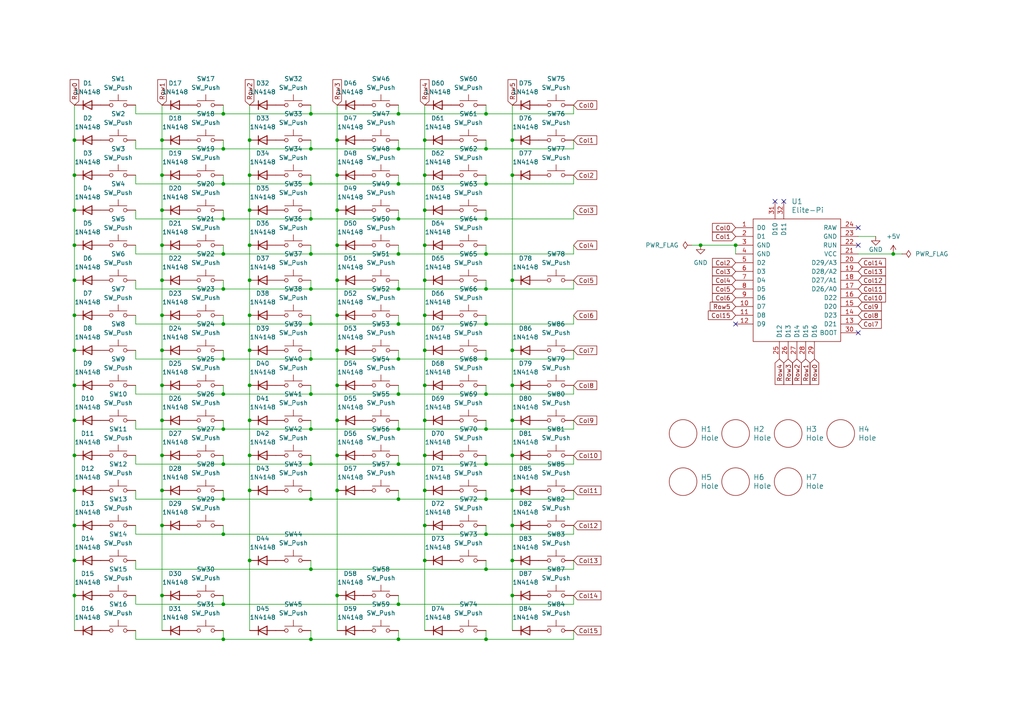
<source format=kicad_sch>
(kicad_sch (version 20250114) (generator "eeschema") (generator_version "9.0")
  (paper "A4")
  (title_block (title "Post-Mechanical Right Compact Py") (date "2025-04-19") (rev "1.1") (company "Quixotic Keyboards, LLC") (comment 2 "Final for the new tight case and future minimalist case") (comment 3 "Redux for Maple Elite-Pi") (comment 4 "Moved U1 inboard for case clearance"))
  (lib_symbols
    (symbol "Dholydai:Elite-Pi" (pin_names (offset 1.016))
      (property "Reference" "U" (at 0 0 0))
      (property "Value" "Elite-Pi" (at -0.254 3.048 0))
      (symbol "Elite-Pi_1_1"
        (pin input line (at -17.78 13.97 0) (length 5.08) (name "D0") (number "1"))
        (pin input line (at -17.78 11.43 0) (length 5.08) (name "D1") (number "2"))
        (pin input line (at -17.78 8.89 0) (length 5.08) (name "GND") (number "3"))
        (pin input line (at -17.78 6.35 0) (length 5.08) (name "GND") (number "4"))
        (pin input line (at -17.78 3.81 0) (length 5.08) (name "D2") (number "5"))
        (pin input line (at -17.78 1.27 0) (length 5.08) (name "D3") (number "6"))
        (pin input line (at -17.78 -1.27 0) (length 5.08) (name "D4") (number "7"))
        (pin input line (at -17.78 -3.81 0) (length 5.08) (name "D5") (number "8"))
        (pin input line (at -17.78 -6.35 0) (length 5.08) (name "D6") (number "9"))
        (pin input line (at -17.78 -8.89 0) (length 5.08) (name "D7") (number "10"))
        (pin input line (at -17.78 -11.43 0) (length 5.08) (name "D8") (number "11"))
        (pin input line (at -17.78 -13.97 0) (length 5.08) (name "D9") (number "12"))
        (pin input line (at -6.35 21.59 270) (length 5.08) (name "D10") (number "31"))
        (pin input line (at -5.08 -24.13 90) (length 5.08) (name "D12") (number "25"))
        (pin input line (at -3.81 21.59 270) (length 5.08) (name "D11") (number "32"))
        (pin input line (at -2.54 -24.13 90) (length 5.08) (name "D13") (number "26"))
        (pin input line (at 0 -24.13 90) (length 5.08) (name "D14") (number "27"))
        (pin input line (at 2.54 -24.13 90) (length 5.08) (name "D15") (number "28"))
        (pin input line (at 5.08 -24.13 90) (length 5.08) (name "D16") (number "29"))
        (pin input line (at 17.78 13.97 180) (length 5.08) (name "RAW") (number "24"))
        (pin input line (at 17.78 11.43 180) (length 5.08) (name "GND") (number "23"))
        (pin input line (at 17.78 8.89 180) (length 5.08) (name "RUN") (number "22"))
        (pin input line (at 17.78 6.35 180) (length 5.08) (name "VCC") (number "21"))
        (pin input line (at 17.78 3.81 180) (length 5.08) (name "D29/A3") (number "20"))
        (pin input line (at 17.78 1.27 180) (length 5.08) (name "D28/A2") (number "19"))
        (pin input line (at 17.78 -1.27 180) (length 5.08) (name "D27/A1") (number "18"))
        (pin input line (at 17.78 -3.81 180) (length 5.08) (name "D26/A0") (number "17"))
        (pin input line (at 17.78 -6.35 180) (length 5.08) (name "D22") (number "16"))
        (pin input line (at 17.78 -8.89 180) (length 5.08) (name "D20") (number "15"))
        (pin input line (at 17.78 -11.43 180) (length 5.08) (name "D23") (number "14"))
        (pin input line (at 17.78 -13.97 180) (length 5.08) (name "D21") (number "13"))
        (pin input line (at 17.78 -16.51 180) (length 5.08) (name "BOOT") (number "30"))
      )
    )
    (symbol "Diode:1N4148" (pin_numbers (hide yes)) (pin_names (hide yes))
      (property "Reference" "D" (at 0 2.54 0))
      (property "Value" "1N4148" (at 0 -2.54 0))
      (symbol "1N4148_1_1"
        (pin passive line (at -3.81 0 0) (length 2.54) (name "K") (number "1"))
        (pin passive line (at 3.81 0 180) (length 2.54) (name "A") (number "2"))
      )
    )
    (symbol "Keebio:Hole" (pin_names (offset 1.016))
      (property "Reference" "H" (at 0 -1.27 0))
      (property "Value" "Hole" (at 0 1.27 0))
    )
    (symbol "Switch:SW_Push" (pin_numbers (hide yes)) (pin_names (offset 1.016) (hide yes))
      (property "Reference" "SW" (at 1.27 2.54 0))
      (property "Value" "SW_Push" (at 0 -1.524 0))
      (symbol "SW_Push_0_1"
        (pin passive line (at -5.08 0 0) (length 2.54) (name "1") (number "1"))
        (pin passive line (at 5.08 0 180) (length 2.54) (name "2") (number "2"))
      )
    )
    (symbol "power:+5V" (power) (pin_numbers (hide yes)) (pin_names (offset 0) (hide yes))
      (property "Value" "+5V" (at 0 3.556 0))
      (symbol "+5V_1_1"
        (pin power_in line (at 0 0 90) (length 0) (name "~") (number "1"))
      )
    )
    (symbol "power:GND" (power) (pin_numbers (hide yes)) (pin_names (offset 0) (hide yes))
      (property "Value" "GND" (at 0 -3.81 0))
      (symbol "GND_1_1"
        (pin power_in line (at 0 0 270) (length 0) (name "~") (number "1"))
      )
    )
    (symbol "power:PWR_FLAG" (power) (pin_numbers (hide yes)) (pin_names (offset 0) (hide yes))
      (property "Value" "PWR_FLAG" (at 0 3.81 0))
      (symbol "PWR_FLAG_0_0"
        (pin power_out line (at 0 0 90) (length 0) (name "~") (number "1"))
      )
    )
  )
  (junction (at 259.08 73.66))
  (junction (at 21.59 142.24))
  (junction (at 123.19 121.92))
  (junction (at 97.79 142.24))
  (junction (at 140.97 185.42))
  (junction (at 148.59 81.28))
  (junction (at 140.97 83.82))
  (junction (at 72.39 111.76))
  (junction (at 21.59 60.96))
  (junction (at 148.59 50.8))
  (junction (at 90.17 93.98))
  (junction (at 115.57 53.34))
  (junction (at 21.59 121.92))
  (junction (at 97.79 111.76))
  (junction (at 148.59 172.72))
  (junction (at 140.97 63.5))
  (junction (at 21.59 172.72))
  (junction (at 64.77 175.26))
  (junction (at 90.17 124.46))
  (junction (at 123.19 60.96))
  (junction (at 123.19 162.56))
  (junction (at 90.17 185.42))
  (junction (at 64.77 93.98))
  (junction (at 123.19 81.28))
  (junction (at 123.19 152.4))
  (junction (at 46.99 152.4))
  (junction (at 148.59 111.76))
  (junction (at 72.39 50.8))
  (junction (at 46.99 101.6))
  (junction (at 140.97 43.18))
  (junction (at 97.79 101.6))
  (junction (at 72.39 71.12))
  (junction (at 115.57 144.78))
  (junction (at 203.2 71.12))
  (junction (at 90.17 53.34))
  (junction (at 97.79 132.08))
  (junction (at 64.77 53.34))
  (junction (at 64.77 185.42))
  (junction (at 115.57 83.82))
  (junction (at 72.39 60.96))
  (junction (at 115.57 33.02))
  (junction (at 123.19 50.8))
  (junction (at 123.19 132.08))
  (junction (at 72.39 142.24))
  (junction (at 21.59 162.56))
  (junction (at 123.19 71.12))
  (junction (at 115.57 114.3))
  (junction (at 21.59 152.4))
  (junction (at 46.99 91.44))
  (junction (at 46.99 60.96))
  (junction (at 21.59 91.44))
  (junction (at 115.57 185.42))
  (junction (at 90.17 114.3))
  (junction (at 148.59 40.64))
  (junction (at 140.97 154.94))
  (junction (at 46.99 81.28))
  (junction (at 148.59 152.4))
  (junction (at 90.17 33.02))
  (junction (at 64.77 104.14))
  (junction (at 21.59 101.6))
  (junction (at 115.57 124.46))
  (junction (at 46.99 111.76))
  (junction (at 123.19 91.44))
  (junction (at 140.97 114.3))
  (junction (at 90.17 134.62))
  (junction (at 72.39 40.64))
  (junction (at 64.77 124.46))
  (junction (at 140.97 73.66))
  (junction (at 72.39 162.56))
  (junction (at 64.77 134.62))
  (junction (at 21.59 132.08))
  (junction (at 90.17 43.18))
  (junction (at 115.57 43.18))
  (junction (at 97.79 60.96))
  (junction (at 148.59 121.92))
  (junction (at 64.77 83.82))
  (junction (at 72.39 81.28))
  (junction (at 115.57 175.26))
  (junction (at 140.97 165.1))
  (junction (at 72.39 101.6))
  (junction (at 97.79 121.92))
  (junction (at 90.17 165.1))
  (junction (at 140.97 144.78))
  (junction (at 115.57 93.98))
  (junction (at 115.57 63.5))
  (junction (at 46.99 132.08))
  (junction (at 46.99 121.92))
  (junction (at 148.59 162.56))
  (junction (at 123.19 40.64))
  (junction (at 140.97 93.98))
  (junction (at 21.59 71.12))
  (junction (at 90.17 63.5))
  (junction (at 148.59 101.6))
  (junction (at 72.39 121.92))
  (junction (at 115.57 134.62))
  (junction (at 46.99 71.12))
  (junction (at 46.99 40.64))
  (junction (at 46.99 50.8))
  (junction (at 21.59 50.8))
  (junction (at 90.17 83.82))
  (junction (at 97.79 50.8))
  (junction (at 115.57 104.14))
  (junction (at 140.97 134.62))
  (junction (at 140.97 53.34))
  (junction (at 64.77 114.3))
  (junction (at 46.99 142.24))
  (junction (at 64.77 33.02))
  (junction (at 140.97 33.02))
  (junction (at 90.17 73.66))
  (junction (at 64.77 73.66))
  (junction (at 64.77 43.18))
  (junction (at 97.79 81.28))
  (junction (at 64.77 144.78))
  (junction (at 21.59 111.76))
  (junction (at 21.59 81.28))
  (junction (at 97.79 91.44))
  (junction (at 72.39 132.08))
  (junction (at 72.39 91.44))
  (junction (at 64.77 154.94))
  (junction (at 90.17 104.14))
  (junction (at 148.59 132.08))
  (junction (at 123.19 111.76))
  (junction (at 97.79 71.12))
  (junction (at 97.79 172.72))
  (junction (at 213.36 71.12))
  (junction (at 148.59 142.24))
  (junction (at 123.19 142.24))
  (junction (at 64.77 63.5))
  (junction (at 46.99 172.72))
  (junction (at 97.79 40.64))
  (junction (at 115.57 73.66))
  (junction (at 140.97 104.14))
  (junction (at 90.17 144.78))
  (junction (at 21.59 40.64))
  (junction (at 123.19 101.6))
  (junction (at 140.97 124.46))
  (no_connect (at 248.92 71.12))
  (no_connect (at 248.92 66.04))
  (no_connect (at 213.36 93.98))
  (no_connect (at 224.79 58.42))
  (no_connect (at 248.92 96.52))
  (no_connect (at 227.33 58.42))
  (wire (pts (xy 97.79 101.6) (xy 97.79 111.76)))
  (wire (pts (xy 90.17 81.28) (xy 90.17 83.82)))
  (wire (pts (xy 90.17 83.82) (xy 115.57 83.82)))
  (wire (pts (xy 140.97 104.14) (xy 166.37 104.14)))
  (wire (pts (xy 72.39 91.44) (xy 72.39 101.6)))
  (wire (pts (xy 90.17 91.44) (xy 90.17 93.98)))
  (wire (pts (xy 115.57 142.24) (xy 115.57 144.78)))
  (wire (pts (xy 64.77 73.66) (xy 90.17 73.66)))
  (wire (pts (xy 90.17 104.14) (xy 115.57 104.14)))
  (wire (pts (xy 90.17 73.66) (xy 115.57 73.66)))
  (wire (pts (xy 97.79 71.12) (xy 97.79 81.28)))
  (wire (pts (xy 64.77 53.34) (xy 90.17 53.34)))
  (wire (pts (xy 123.19 162.56) (xy 123.19 182.88)))
  (wire (pts (xy 166.37 111.76) (xy 166.37 114.3)))
  (wire (pts (xy 39.37 53.34) (xy 64.77 53.34)))
  (wire (pts (xy 46.99 40.64) (xy 46.99 50.8)))
  (wire (pts (xy 46.99 121.92) (xy 46.99 132.08)))
  (wire (pts (xy 39.37 172.72) (xy 39.37 175.26)))
  (wire (pts (xy 140.97 71.12) (xy 140.97 73.66)))
  (wire (pts (xy 123.19 121.92) (xy 123.19 132.08)))
  (wire (pts (xy 123.19 132.08) (xy 123.19 142.24)))
  (wire (pts (xy 140.97 81.28) (xy 140.97 83.82)))
  (wire (pts (xy 46.99 91.44) (xy 46.99 101.6)))
  (wire (pts (xy 21.59 142.24) (xy 21.59 152.4)))
  (wire (pts (xy 39.37 81.28) (xy 39.37 83.82)))
  (wire (pts (xy 64.77 81.28) (xy 64.77 83.82)))
  (wire (pts (xy 140.97 60.96) (xy 140.97 63.5)))
  (wire (pts (xy 115.57 132.08) (xy 115.57 134.62)))
  (wire (pts (xy 39.37 182.88) (xy 39.37 185.42)))
  (wire (pts (xy 39.37 165.1) (xy 90.17 165.1)))
  (wire (pts (xy 21.59 162.56) (xy 21.59 172.72)))
  (wire (pts (xy 213.36 71.12) (xy 213.36 73.66)))
  (wire (pts (xy 115.57 134.62) (xy 140.97 134.62)))
  (wire (pts (xy 39.37 134.62) (xy 64.77 134.62)))
  (wire (pts (xy 72.39 81.28) (xy 72.39 91.44)))
  (wire (pts (xy 90.17 124.46) (xy 115.57 124.46)))
  (wire (pts (xy 166.37 162.56) (xy 166.37 165.1)))
  (wire (pts (xy 72.39 101.6) (xy 72.39 111.76)))
  (wire (pts (xy 39.37 152.4) (xy 39.37 154.94)))
  (wire (pts (xy 64.77 172.72) (xy 64.77 175.26)))
  (wire (pts (xy 123.19 30.48) (xy 123.19 40.64)))
  (wire (pts (xy 166.37 142.24) (xy 166.37 144.78)))
  (wire (pts (xy 140.97 93.98) (xy 166.37 93.98)))
  (wire (pts (xy 90.17 185.42) (xy 115.57 185.42)))
  (wire (pts (xy 72.39 111.76) (xy 72.39 121.92)))
  (wire (pts (xy 115.57 111.76) (xy 115.57 114.3)))
  (wire (pts (xy 46.99 111.76) (xy 46.99 121.92)))
  (wire (pts (xy 90.17 165.1) (xy 140.97 165.1)))
  (wire (pts (xy 90.17 50.8) (xy 90.17 53.34)))
  (wire (pts (xy 39.37 40.64) (xy 39.37 43.18)))
  (wire (pts (xy 90.17 53.34) (xy 115.57 53.34)))
  (wire (pts (xy 97.79 111.76) (xy 97.79 121.92)))
  (wire (pts (xy 64.77 63.5) (xy 90.17 63.5)))
  (wire (pts (xy 166.37 101.6) (xy 166.37 104.14)))
  (wire (pts (xy 39.37 185.42) (xy 64.77 185.42)))
  (wire (pts (xy 46.99 172.72) (xy 46.99 182.88)))
  (wire (pts (xy 64.77 93.98) (xy 90.17 93.98)))
  (wire (pts (xy 64.77 104.14) (xy 90.17 104.14)))
  (wire (pts (xy 39.37 175.26) (xy 64.77 175.26)))
  (wire (pts (xy 72.39 50.8) (xy 72.39 60.96)))
  (wire (pts (xy 21.59 111.76) (xy 21.59 121.92)))
  (wire (pts (xy 166.37 30.48) (xy 166.37 33.02)))
  (wire (pts (xy 21.59 50.8) (xy 21.59 60.96)))
  (wire (pts (xy 21.59 30.48) (xy 21.59 40.64)))
  (wire (pts (xy 90.17 121.92) (xy 90.17 124.46)))
  (wire (pts (xy 64.77 175.26) (xy 115.57 175.26)))
  (wire (pts (xy 64.77 40.64) (xy 64.77 43.18)))
  (wire (pts (xy 39.37 154.94) (xy 64.77 154.94)))
  (wire (pts (xy 115.57 33.02) (xy 140.97 33.02)))
  (wire (pts (xy 140.97 53.34) (xy 166.37 53.34)))
  (wire (pts (xy 39.37 93.98) (xy 64.77 93.98)))
  (wire (pts (xy 148.59 121.92) (xy 148.59 132.08)))
  (wire (pts (xy 72.39 142.24) (xy 72.39 162.56)))
  (wire (pts (xy 46.99 71.12) (xy 46.99 81.28)))
  (wire (pts (xy 39.37 111.76) (xy 39.37 114.3)))
  (wire (pts (xy 140.97 162.56) (xy 140.97 165.1)))
  (wire (pts (xy 46.99 142.24) (xy 46.99 152.4)))
  (wire (pts (xy 21.59 132.08) (xy 21.59 142.24)))
  (wire (pts (xy 140.97 121.92) (xy 140.97 124.46)))
  (wire (pts (xy 115.57 91.44) (xy 115.57 93.98)))
  (wire (pts (xy 140.97 152.4) (xy 140.97 154.94)))
  (wire (pts (xy 140.97 63.5) (xy 166.37 63.5)))
  (wire (pts (xy 248.92 73.66) (xy 259.08 73.66)))
  (wire (pts (xy 140.97 91.44) (xy 140.97 93.98)))
  (wire (pts (xy 64.77 83.82) (xy 90.17 83.82)))
  (wire (pts (xy 148.59 111.76) (xy 148.59 121.92)))
  (wire (pts (xy 200.66 71.12) (xy 203.2 71.12)))
  (wire (pts (xy 90.17 30.48) (xy 90.17 33.02)))
  (wire (pts (xy 115.57 71.12) (xy 115.57 73.66)))
  (wire (pts (xy 90.17 71.12) (xy 90.17 73.66)))
  (wire (pts (xy 115.57 81.28) (xy 115.57 83.82)))
  (wire (pts (xy 39.37 142.24) (xy 39.37 144.78)))
  (wire (pts (xy 64.77 132.08) (xy 64.77 134.62)))
  (wire (pts (xy 148.59 162.56) (xy 148.59 172.72)))
  (wire (pts (xy 72.39 60.96) (xy 72.39 71.12)))
  (wire (pts (xy 39.37 33.02) (xy 64.77 33.02)))
  (wire (pts (xy 166.37 71.12) (xy 166.37 73.66)))
  (wire (pts (xy 64.77 154.94) (xy 140.97 154.94)))
  (wire (pts (xy 148.59 142.24) (xy 148.59 152.4)))
  (wire (pts (xy 115.57 124.46) (xy 140.97 124.46)))
  (wire (pts (xy 115.57 182.88) (xy 115.57 185.42)))
  (wire (pts (xy 46.99 132.08) (xy 46.99 142.24)))
  (wire (pts (xy 90.17 43.18) (xy 115.57 43.18)))
  (wire (pts (xy 140.97 33.02) (xy 166.37 33.02)))
  (wire (pts (xy 72.39 71.12) (xy 72.39 81.28)))
  (wire (pts (xy 39.37 83.82) (xy 64.77 83.82)))
  (wire (pts (xy 123.19 111.76) (xy 123.19 121.92)))
  (wire (pts (xy 261.62 73.66) (xy 259.08 73.66)))
  (wire (pts (xy 166.37 40.64) (xy 166.37 43.18)))
  (wire (pts (xy 140.97 154.94) (xy 166.37 154.94)))
  (wire (pts (xy 140.97 134.62) (xy 166.37 134.62)))
  (wire (pts (xy 140.97 43.18) (xy 166.37 43.18)))
  (wire (pts (xy 115.57 60.96) (xy 115.57 63.5)))
  (wire (pts (xy 39.37 124.46) (xy 64.77 124.46)))
  (wire (pts (xy 140.97 182.88) (xy 140.97 185.42)))
  (wire (pts (xy 64.77 124.46) (xy 90.17 124.46)))
  (wire (pts (xy 72.39 40.64) (xy 72.39 50.8)))
  (wire (pts (xy 64.77 144.78) (xy 90.17 144.78)))
  (wire (pts (xy 39.37 101.6) (xy 39.37 104.14)))
  (wire (pts (xy 123.19 152.4) (xy 123.19 162.56)))
  (wire (pts (xy 46.99 50.8) (xy 46.99 60.96)))
  (wire (pts (xy 72.39 162.56) (xy 72.39 182.88)))
  (wire (pts (xy 39.37 114.3) (xy 64.77 114.3)))
  (wire (pts (xy 64.77 71.12) (xy 64.77 73.66)))
  (wire (pts (xy 64.77 91.44) (xy 64.77 93.98)))
  (wire (pts (xy 46.99 101.6) (xy 46.99 111.76)))
  (wire (pts (xy 90.17 142.24) (xy 90.17 144.78)))
  (wire (pts (xy 166.37 50.8) (xy 166.37 53.34)))
  (wire (pts (xy 39.37 144.78) (xy 64.77 144.78)))
  (wire (pts (xy 140.97 83.82) (xy 115.57 83.82)))
  (wire (pts (xy 140.97 73.66) (xy 166.37 73.66)))
  (wire (pts (xy 115.57 43.18) (xy 140.97 43.18)))
  (wire (pts (xy 21.59 40.64) (xy 21.59 50.8)))
  (wire (pts (xy 39.37 30.48) (xy 39.37 33.02)))
  (wire (pts (xy 97.79 142.24) (xy 97.79 172.72)))
  (wire (pts (xy 64.77 33.02) (xy 90.17 33.02)))
  (wire (pts (xy 21.59 71.12) (xy 21.59 81.28)))
  (wire (pts (xy 123.19 81.28) (xy 123.19 91.44)))
  (wire (pts (xy 148.59 50.8) (xy 148.59 81.28)))
  (wire (pts (xy 140.97 30.48) (xy 140.97 33.02)))
  (wire (pts (xy 39.37 162.56) (xy 39.37 165.1)))
  (wire (pts (xy 148.59 101.6) (xy 148.59 111.76)))
  (wire (pts (xy 97.79 50.8) (xy 97.79 60.96)))
  (wire (pts (xy 90.17 144.78) (xy 115.57 144.78)))
  (wire (pts (xy 46.99 152.4) (xy 46.99 172.72)))
  (wire (pts (xy 115.57 50.8) (xy 115.57 53.34)))
  (wire (pts (xy 90.17 132.08) (xy 90.17 134.62)))
  (wire (pts (xy 140.97 40.64) (xy 140.97 43.18)))
  (wire (pts (xy 90.17 101.6) (xy 90.17 104.14)))
  (wire (pts (xy 140.97 142.24) (xy 140.97 144.78)))
  (wire (pts (xy 166.37 81.28) (xy 166.37 83.82)))
  (wire (pts (xy 64.77 43.18) (xy 90.17 43.18)))
  (wire (pts (xy 115.57 185.42) (xy 140.97 185.42)))
  (wire (pts (xy 39.37 63.5) (xy 64.77 63.5)))
  (wire (pts (xy 64.77 114.3) (xy 90.17 114.3)))
  (wire (pts (xy 123.19 40.64) (xy 123.19 50.8)))
  (wire (pts (xy 64.77 142.24) (xy 64.77 144.78)))
  (wire (pts (xy 21.59 152.4) (xy 21.59 162.56)))
  (wire (pts (xy 90.17 182.88) (xy 90.17 185.42)))
  (wire (pts (xy 64.77 50.8) (xy 64.77 53.34)))
  (wire (pts (xy 21.59 121.92) (xy 21.59 132.08)))
  (wire (pts (xy 123.19 50.8) (xy 123.19 60.96)))
  (wire (pts (xy 166.37 91.44) (xy 166.37 93.98)))
  (wire (pts (xy 115.57 73.66) (xy 140.97 73.66)))
  (wire (pts (xy 140.97 132.08) (xy 140.97 134.62)))
  (wire (pts (xy 148.59 30.48) (xy 148.59 40.64)))
  (wire (pts (xy 90.17 33.02) (xy 115.57 33.02)))
  (wire (pts (xy 97.79 30.48) (xy 97.79 40.64)))
  (wire (pts (xy 97.79 121.92) (xy 97.79 132.08)))
  (wire (pts (xy 64.77 30.48) (xy 64.77 33.02)))
  (wire (pts (xy 90.17 63.5) (xy 115.57 63.5)))
  (wire (pts (xy 140.97 185.42) (xy 166.37 185.42)))
  (wire (pts (xy 46.99 30.48) (xy 46.99 40.64)))
  (wire (pts (xy 115.57 101.6) (xy 115.57 104.14)))
  (wire (pts (xy 39.37 71.12) (xy 39.37 73.66)))
  (wire (pts (xy 123.19 101.6) (xy 123.19 111.76)))
  (wire (pts (xy 39.37 73.66) (xy 64.77 73.66)))
  (wire (pts (xy 123.19 60.96) (xy 123.19 71.12)))
  (wire (pts (xy 123.19 71.12) (xy 123.19 81.28)))
  (wire (pts (xy 64.77 134.62) (xy 90.17 134.62)))
  (wire (pts (xy 90.17 111.76) (xy 90.17 114.3)))
  (wire (pts (xy 97.79 40.64) (xy 97.79 50.8)))
  (wire (pts (xy 39.37 91.44) (xy 39.37 93.98)))
  (wire (pts (xy 115.57 53.34) (xy 140.97 53.34)))
  (wire (pts (xy 115.57 63.5) (xy 140.97 63.5)))
  (wire (pts (xy 97.79 60.96) (xy 97.79 71.12)))
  (wire (pts (xy 90.17 60.96) (xy 90.17 63.5)))
  (wire (pts (xy 39.37 121.92) (xy 39.37 124.46)))
  (wire (pts (xy 115.57 30.48) (xy 115.57 33.02)))
  (wire (pts (xy 97.79 81.28) (xy 97.79 91.44)))
  (wire (pts (xy 148.59 172.72) (xy 148.59 182.88)))
  (wire (pts (xy 72.39 132.08) (xy 72.39 142.24)))
  (wire (pts (xy 115.57 144.78) (xy 140.97 144.78)))
  (wire (pts (xy 64.77 152.4) (xy 64.77 154.94)))
  (wire (pts (xy 140.97 111.76) (xy 140.97 114.3)))
  (wire (pts (xy 21.59 81.28) (xy 21.59 91.44)))
  (wire (pts (xy 248.92 68.58) (xy 254 68.58)))
  (wire (pts (xy 166.37 121.92) (xy 166.37 124.46)))
  (wire (pts (xy 64.77 111.76) (xy 64.77 114.3)))
  (wire (pts (xy 115.57 104.14) (xy 140.97 104.14)))
  (wire (pts (xy 140.97 83.82) (xy 166.37 83.82)))
  (wire (pts (xy 21.59 101.6) (xy 21.59 111.76)))
  (wire (pts (xy 21.59 91.44) (xy 21.59 101.6)))
  (wire (pts (xy 64.77 60.96) (xy 64.77 63.5)))
  (wire (pts (xy 148.59 132.08) (xy 148.59 142.24)))
  (wire (pts (xy 97.79 132.08) (xy 97.79 142.24)))
  (wire (pts (xy 140.97 114.3) (xy 166.37 114.3)))
  (wire (pts (xy 72.39 30.48) (xy 72.39 40.64)))
  (wire (pts (xy 140.97 124.46) (xy 166.37 124.46)))
  (wire (pts (xy 166.37 132.08) (xy 166.37 134.62)))
  (wire (pts (xy 90.17 134.62) (xy 115.57 134.62)))
  (wire (pts (xy 123.19 91.44) (xy 123.19 101.6)))
  (wire (pts (xy 72.39 121.92) (xy 72.39 132.08)))
  (wire (pts (xy 64.77 182.88) (xy 64.77 185.42)))
  (wire (pts (xy 115.57 40.64) (xy 115.57 43.18)))
  (wire (pts (xy 115.57 93.98) (xy 140.97 93.98)))
  (wire (pts (xy 166.37 60.96) (xy 166.37 63.5)))
  (wire (pts (xy 166.37 152.4) (xy 166.37 154.94)))
  (wire (pts (xy 123.19 142.24) (xy 123.19 152.4)))
  (wire (pts (xy 90.17 114.3) (xy 115.57 114.3)))
  (wire (pts (xy 140.97 165.1) (xy 166.37 165.1)))
  (wire (pts (xy 39.37 104.14) (xy 64.77 104.14)))
  (wire (pts (xy 90.17 40.64) (xy 90.17 43.18)))
  (wire (pts (xy 39.37 132.08) (xy 39.37 134.62)))
  (wire (pts (xy 64.77 185.42) (xy 90.17 185.42)))
  (wire (pts (xy 90.17 93.98) (xy 115.57 93.98)))
  (wire (pts (xy 115.57 121.92) (xy 115.57 124.46)))
  (wire (pts (xy 64.77 101.6) (xy 64.77 104.14)))
  (wire (pts (xy 39.37 43.18) (xy 64.77 43.18)))
  (wire (pts (xy 115.57 175.26) (xy 166.37 175.26)))
  (wire (pts (xy 21.59 172.72) (xy 21.59 182.88)))
  (wire (pts (xy 46.99 60.96) (xy 46.99 71.12)))
  (wire (pts (xy 140.97 101.6) (xy 140.97 104.14)))
  (wire (pts (xy 97.79 91.44) (xy 97.79 101.6)))
  (wire (pts (xy 166.37 172.72) (xy 166.37 175.26)))
  (wire (pts (xy 39.37 50.8) (xy 39.37 53.34)))
  (wire (pts (xy 148.59 81.28) (xy 148.59 101.6)))
  (wire (pts (xy 21.59 60.96) (xy 21.59 71.12)))
  (wire (pts (xy 97.79 172.72) (xy 97.79 182.88)))
  (wire (pts (xy 39.37 60.96) (xy 39.37 63.5)))
  (wire (pts (xy 140.97 144.78) (xy 166.37 144.78)))
  (wire (pts (xy 115.57 114.3) (xy 140.97 114.3)))
  (wire (pts (xy 64.77 121.92) (xy 64.77 124.46)))
  (wire (pts (xy 148.59 152.4) (xy 148.59 162.56)))
  (wire (pts (xy 140.97 50.8) (xy 140.97 53.34)))
  (wire (pts (xy 90.17 162.56) (xy 90.17 165.1)))
  (wire (pts (xy 148.59 40.64) (xy 148.59 50.8)))
  (wire (pts (xy 46.99 81.28) (xy 46.99 91.44)))
  (wire (pts (xy 166.37 182.88) (xy 166.37 185.42)))
  (wire (pts (xy 115.57 172.72) (xy 115.57 175.26)))
  (wire (pts (xy 203.2 71.12) (xy 213.36 71.12)))
  (global_label "Col3" (shape input) (at 213.36 78.74 180) (property "Intersheetrefs" "${INTERSHEET_REFS}" (effects (hide yes))))
  (global_label "Col7" (shape input) (at 166.37 101.6 0) (property "Intersheetrefs" "${INTERSHEET_REFS}" (effects (hide yes))))
  (global_label "Col12" (shape input) (at 248.92 81.28 0) (property "Intersheetrefs" "${INTERSHEET_REFS}" (effects (hide yes))))
  (global_label "Row4" (shape input) (at 123.19 30.48 90) (property "Intersheetrefs" "${INTERSHEET_REFS}" (effects (hide yes))))
  (global_label "Row1" (shape input) (at 46.99 30.48 90) (property "Intersheetrefs" "${INTERSHEET_REFS}" (effects (hide yes))))
  (global_label "Col12" (shape input) (at 166.37 152.4 0) (property "Intersheetrefs" "${INTERSHEET_REFS}" (effects (hide yes))))
  (global_label "Col14" (shape input) (at 248.92 76.2 0) (property "Intersheetrefs" "${INTERSHEET_REFS}" (effects (hide yes))))
  (global_label "Row5" (shape input) (at 148.59 30.48 90) (property "Intersheetrefs" "${INTERSHEET_REFS}" (effects (hide yes))))
  (global_label "Col4" (shape input) (at 166.37 71.12 0) (property "Intersheetrefs" "${INTERSHEET_REFS}" (effects (hide yes))))
  (global_label "Col9" (shape input) (at 166.37 121.92 0) (property "Intersheetrefs" "${INTERSHEET_REFS}" (effects (hide yes))))
  (global_label "Row2" (shape input) (at 231.14 104.14 270) (property "Intersheetrefs" "${INTERSHEET_REFS}" (effects (hide yes))))
  (global_label "Col4" (shape input) (at 213.36 81.28 180) (property "Intersheetrefs" "${INTERSHEET_REFS}" (effects (hide yes))))
  (global_label "Row4" (shape input) (at 226.06 104.14 270) (property "Intersheetrefs" "${INTERSHEET_REFS}" (effects (hide yes))))
  (global_label "Col3" (shape input) (at 166.37 60.96 0) (property "Intersheetrefs" "${INTERSHEET_REFS}" (effects (hide yes))))
  (global_label "Col1" (shape input) (at 166.37 40.64 0) (property "Intersheetrefs" "${INTERSHEET_REFS}" (effects (hide yes))))
  (global_label "Col14" (shape input) (at 166.37 172.72 0) (property "Intersheetrefs" "${INTERSHEET_REFS}" (effects (hide yes))))
  (global_label "Col2" (shape input) (at 213.36 76.2 180) (property "Intersheetrefs" "${INTERSHEET_REFS}" (effects (hide yes))))
  (global_label "Col10" (shape input) (at 166.37 132.08 0) (property "Intersheetrefs" "${INTERSHEET_REFS}" (effects (hide yes))))
  (global_label "Row0" (shape input) (at 236.22 104.14 270) (property "Intersheetrefs" "${INTERSHEET_REFS}" (effects (hide yes))))
  (global_label "Col5" (shape input) (at 213.36 83.82 180) (property "Intersheetrefs" "${INTERSHEET_REFS}" (effects (hide yes))))
  (global_label "Col0" (shape input) (at 166.37 30.48 0) (property "Intersheetrefs" "${INTERSHEET_REFS}" (effects (hide yes))))
  (global_label "Col0" (shape input) (at 213.36 66.04 180) (property "Intersheetrefs" "${INTERSHEET_REFS}" (effects (hide yes))))
  (global_label "Col1" (shape input) (at 213.36 68.58 180) (property "Intersheetrefs" "${INTERSHEET_REFS}" (effects (hide yes))))
  (global_label "Row3" (shape input) (at 97.79 30.48 90) (property "Intersheetrefs" "${INTERSHEET_REFS}" (effects (hide yes))))
  (global_label "Col5" (shape input) (at 166.37 81.28 0) (property "Intersheetrefs" "${INTERSHEET_REFS}" (effects (hide yes))))
  (global_label "Col15" (shape input) (at 213.36 91.44 180) (property "Intersheetrefs" "${INTERSHEET_REFS}" (effects (hide yes))))
  (global_label "Row2" (shape input) (at 72.39 30.48 90) (property "Intersheetrefs" "${INTERSHEET_REFS}" (effects (hide yes))))
  (global_label "Row0" (shape input) (at 21.59 30.48 90) (property "Intersheetrefs" "${INTERSHEET_REFS}" (effects (hide yes))))
  (global_label "Col8" (shape input) (at 248.92 91.44 0) (property "Intersheetrefs" "${INTERSHEET_REFS}" (effects (hide yes))))
  (global_label "Col11" (shape input) (at 248.92 83.82 0) (property "Intersheetrefs" "${INTERSHEET_REFS}" (effects (hide yes))))
  (global_label "Row1" (shape input) (at 233.68 104.14 270) (property "Intersheetrefs" "${INTERSHEET_REFS}" (effects (hide yes))))
  (global_label "Col10" (shape input) (at 248.92 86.36 0) (property "Intersheetrefs" "${INTERSHEET_REFS}" (effects (hide yes))))
  (global_label "Col9" (shape input) (at 248.92 88.9 0) (property "Intersheetrefs" "${INTERSHEET_REFS}" (effects (hide yes))))
  (global_label "Col11" (shape input) (at 166.37 142.24 0) (property "Intersheetrefs" "${INTERSHEET_REFS}" (effects (hide yes))))
  (global_label "Col13" (shape input) (at 248.92 78.74 0) (property "Intersheetrefs" "${INTERSHEET_REFS}" (effects (hide yes))))
  (global_label "Row3" (shape input) (at 228.6 104.14 270) (property "Intersheetrefs" "${INTERSHEET_REFS}" (effects (hide yes))))
  (global_label "Col8" (shape input) (at 166.37 111.76 0) (property "Intersheetrefs" "${INTERSHEET_REFS}" (effects (hide yes))))
  (global_label "Col15" (shape input) (at 166.37 182.88 0) (property "Intersheetrefs" "${INTERSHEET_REFS}" (effects (hide yes))))
  (global_label "Col6" (shape input) (at 166.37 91.44 0) (property "Intersheetrefs" "${INTERSHEET_REFS}" (effects (hide yes))))
  (global_label "Col6" (shape input) (at 213.36 86.36 180) (property "Intersheetrefs" "${INTERSHEET_REFS}" (effects (hide yes))))
  (global_label "Col7" (shape input) (at 248.92 93.98 0) (property "Intersheetrefs" "${INTERSHEET_REFS}" (effects (hide yes))))
  (global_label "Row5" (shape input) (at 213.36 88.9 180) (property "Intersheetrefs" "${INTERSHEET_REFS}" (effects (hide yes))))
  (global_label "Col13" (shape input) (at 166.37 162.56 0) (property "Intersheetrefs" "${INTERSHEET_REFS}" (effects (hide yes))))
  (global_label "Col2" (shape input) (at 166.37 50.8 0) (property "Intersheetrefs" "${INTERSHEET_REFS}" (effects (hide yes))))
  (symbol (lib_id "Diode:1N4148") (at 50.8 142.24 0) (unit 1)
    (property "Reference" "D28" (at 50.8 135.89 0))
    (property "Value" "1N4148" (at 50.8 138.43 0))
    (property "Footprint" "Diode_THT:D_DO-35_SOD27_P7.62mm_Horizontal" (effects (hide yes)))
    (property "Datasheet" "https://assets.nexperia.com/documents/data-sheet/1N4148_1N4448.pdf" (effects (hide yes)))
    (property "Description" "100V 0.15A standard switching diode, DO-35" (effects (hide yes)))
    (property "Sim.Device" "D" (effects (hide yes)))
    (property "Sim.Pins" "1=K 2=A" (effects (hide yes)))
  )
  (symbol (lib_id "Switch:SW_Push") (at 85.09 182.88 0) (unit 1)
    (property "Reference" "SW45" (at 85.09 175.26 0))
    (property "Value" "SW_Push" (at 85.09 177.8 0))
    (property "Footprint" "Button_Switch_Keyboard:SW_Cherry_MX_1.00u_PCB" (effects (hide yes)))
    (property "Description" "Push button switch, generic, two pins" (effects (hide yes)))
  )
  (symbol (lib_id "Diode:1N4148") (at 101.6 40.64 0) (unit 1)
    (property "Reference" "D47" (at 101.6 34.29 0))
    (property "Value" "1N4148" (at 101.6 36.83 0))
    (property "Footprint" "Diode_THT:D_DO-35_SOD27_P7.62mm_Horizontal" (effects (hide yes)))
    (property "Datasheet" "https://assets.nexperia.com/documents/data-sheet/1N4148_1N4448.pdf" (effects (hide yes)))
    (property "Description" "100V 0.15A standard switching diode, DO-35" (effects (hide yes)))
    (property "Sim.Device" "D" (effects (hide yes)))
    (property "Sim.Pins" "1=K 2=A" (effects (hide yes)))
  )
  (symbol (lib_id "Diode:1N4148") (at 127 111.76 0) (unit 1)
    (property "Reference" "D68" (at 127 105.41 0))
    (property "Value" "1N4148" (at 127 107.95 0))
    (property "Footprint" "Diode_THT:D_DO-35_SOD27_P7.62mm_Horizontal" (effects (hide yes)))
    (property "Datasheet" "https://assets.nexperia.com/documents/data-sheet/1N4148_1N4448.pdf" (effects (hide yes)))
    (property "Description" "100V 0.15A standard switching diode, DO-35" (effects (hide yes)))
    (property "Sim.Device" "D" (effects (hide yes)))
    (property "Sim.Pins" "1=K 2=A" (effects (hide yes)))
  )
  (symbol (lib_id "Diode:1N4148") (at 152.4 152.4 0) (unit 1)
    (property "Reference" "D82" (at 152.4 146.05 0))
    (property "Value" "1N4148" (at 152.4 148.59 0))
    (property "Footprint" "Diode_THT:D_DO-35_SOD27_P7.62mm_Horizontal" (effects (hide yes)))
    (property "Datasheet" "https://assets.nexperia.com/documents/data-sheet/1N4148_1N4448.pdf" (effects (hide yes)))
    (property "Description" "100V 0.15A standard switching diode, DO-35" (effects (hide yes)))
    (property "Sim.Device" "D" (effects (hide yes)))
    (property "Sim.Pins" "1=K 2=A" (effects (hide yes)))
  )
  (symbol (lib_id "power:GND") (at 203.2 71.12 0) (unit 1)
    (property "Reference" "#PWR01" (effects (hide yes)))
    (property "Value" "GND" (at 203.2 76.2 0))
    (property "Description" "Power symbol creates a global label with name \"GND\" , ground" (effects (hide yes)))
  )
  (symbol (lib_id "Switch:SW_Push") (at 59.69 182.88 0) (unit 1)
    (property "Reference" "SW31" (at 59.69 175.26 0))
    (property "Value" "SW_Push" (at 59.69 177.8 0))
    (property "Footprint" "Button_Switch_Keyboard:SW_Cherry_MX_1.00u_PCB" (effects (hide yes)))
    (property "Description" "Push button switch, generic, two pins" (effects (hide yes)))
  )
  (symbol (lib_id "Switch:SW_Push") (at 85.09 40.64 0) (unit 1)
    (property "Reference" "SW33" (at 85.09 33.02 0))
    (property "Value" "SW_Push" (at 85.09 35.56 0))
    (property "Footprint" "Button_Switch_Keyboard:SW_Cherry_MX_1.00u_PCB" (effects (hide yes)))
    (property "Description" "Push button switch, generic, two pins" (effects (hide yes)))
  )
  (symbol (lib_id "Switch:SW_Push") (at 161.29 40.64 0) (unit 1)
    (property "Reference" "SW76" (at 161.29 33.02 0))
    (property "Value" "SW_Push" (at 161.29 35.56 0))
    (property "Footprint" "Button_Switch_Keyboard:SW_Cherry_MX_1.00u_PCB" (effects (hide yes)))
    (property "Description" "Push button switch, generic, two pins" (effects (hide yes)))
  )
  (symbol (lib_id "Switch:SW_Push") (at 161.29 132.08 0) (unit 1)
    (property "Reference" "SW81" (at 161.29 124.46 0))
    (property "Value" "SW_Push" (at 161.29 127 0))
    (property "Footprint" "Button_Switch_Keyboard:SW_Cherry_MX_1.00u_PCB" (effects (hide yes)))
    (property "Description" "Push button switch, generic, two pins" (effects (hide yes)))
  )
  (symbol (lib_id "Switch:SW_Push") (at 85.09 91.44 0) (unit 1)
    (property "Reference" "SW38" (at 85.09 83.82 0))
    (property "Value" "SW_Push" (at 85.09 86.36 0))
    (property "Footprint" "Button_Switch_Keyboard:SW_Cherry_MX_1.00u_PCB" (effects (hide yes)))
    (property "Description" "Push button switch, generic, two pins" (effects (hide yes)))
  )
  (symbol (lib_id "Diode:1N4148") (at 50.8 91.44 0) (unit 1)
    (property "Reference" "D23" (at 50.8 85.09 0))
    (property "Value" "1N4148" (at 50.8 87.63 0))
    (property "Footprint" "Diode_THT:D_DO-35_SOD27_P7.62mm_Horizontal" (effects (hide yes)))
    (property "Datasheet" "https://assets.nexperia.com/documents/data-sheet/1N4148_1N4448.pdf" (effects (hide yes)))
    (property "Description" "100V 0.15A standard switching diode, DO-35" (effects (hide yes)))
    (property "Sim.Device" "D" (effects (hide yes)))
    (property "Sim.Pins" "1=K 2=A" (effects (hide yes)))
  )
  (symbol (lib_id "Switch:SW_Push") (at 59.69 152.4 0) (unit 1)
    (property "Reference" "SW29" (at 59.69 144.78 0))
    (property "Value" "SW_Push" (at 59.69 147.32 0))
    (property "Footprint" "Button_Switch_Keyboard:SW_Cherry_MX_1.00u_PCB" (effects (hide yes)))
    (property "Description" "Push button switch, generic, two pins" (effects (hide yes)))
  )
  (symbol (lib_id "Diode:1N4148") (at 76.2 142.24 0) (unit 1)
    (property "Reference" "D43" (at 76.2 135.89 0))
    (property "Value" "1N4148" (at 76.2 138.43 0))
    (property "Footprint" "Diode_THT:D_DO-35_SOD27_P7.62mm_Horizontal" (effects (hide yes)))
    (property "Datasheet" "https://assets.nexperia.com/documents/data-sheet/1N4148_1N4448.pdf" (effects (hide yes)))
    (property "Description" "100V 0.15A standard switching diode, DO-35" (effects (hide yes)))
    (property "Sim.Device" "D" (effects (hide yes)))
    (property "Sim.Pins" "1=K 2=A" (effects (hide yes)))
  )
  (symbol (lib_id "Diode:1N4148") (at 25.4 60.96 0) (unit 1)
    (property "Reference" "D4" (at 25.4 54.61 0))
    (property "Value" "1N4148" (at 25.4 57.15 0))
    (property "Footprint" "Diode_THT:D_DO-35_SOD27_P7.62mm_Horizontal" (effects (hide yes)))
    (property "Datasheet" "https://assets.nexperia.com/documents/data-sheet/1N4148_1N4448.pdf" (effects (hide yes)))
    (property "Description" "100V 0.15A standard switching diode, DO-35" (effects (hide yes)))
    (property "Sim.Device" "D" (effects (hide yes)))
    (property "Sim.Pins" "1=K 2=A" (effects (hide yes)))
  )
  (symbol (lib_id "Diode:1N4148") (at 76.2 91.44 0) (unit 1)
    (property "Reference" "D38" (at 76.2 85.09 0))
    (property "Value" "1N4148" (at 76.2 87.63 0))
    (property "Footprint" "Diode_THT:D_DO-35_SOD27_P7.62mm_Horizontal" (effects (hide yes)))
    (property "Datasheet" "https://assets.nexperia.com/documents/data-sheet/1N4148_1N4448.pdf" (effects (hide yes)))
    (property "Description" "100V 0.15A standard switching diode, DO-35" (effects (hide yes)))
    (property "Sim.Device" "D" (effects (hide yes)))
    (property "Sim.Pins" "1=K 2=A" (effects (hide yes)))
  )
  (symbol (lib_id "Diode:1N4148") (at 101.6 91.44 0) (unit 1)
    (property "Reference" "D52" (at 101.6 85.09 0))
    (property "Value" "1N4148" (at 101.6 87.63 0))
    (property "Footprint" "Diode_THT:D_DO-35_SOD27_P7.62mm_Horizontal" (effects (hide yes)))
    (property "Datasheet" "https://assets.nexperia.com/documents/data-sheet/1N4148_1N4448.pdf" (effects (hide yes)))
    (property "Description" "100V 0.15A standard switching diode, DO-35" (effects (hide yes)))
    (property "Sim.Device" "D" (effects (hide yes)))
    (property "Sim.Pins" "1=K 2=A" (effects (hide yes)))
  )
  (symbol (lib_id "Switch:SW_Push") (at 110.49 50.8 0) (unit 1)
    (property "Reference" "SW48" (at 110.49 43.18 0))
    (property "Value" "SW_Push" (at 110.49 45.72 0))
    (property "Footprint" "Button_Switch_Keyboard:SW_Cherry_MX_1.00u_PCB" (effects (hide yes)))
    (property "Description" "Push button switch, generic, two pins" (effects (hide yes)))
  )
  (symbol (lib_id "Switch:SW_Push") (at 135.89 111.76 0) (unit 1)
    (property "Reference" "SW68" (at 135.89 104.14 0))
    (property "Value" "SW_Push" (at 135.89 106.68 0))
    (property "Footprint" "Button_Switch_Keyboard:SW_Cherry_MX_1.00u_PCB" (effects (hide yes)))
    (property "Description" "Push button switch, generic, two pins" (effects (hide yes)))
  )
  (symbol (lib_id "Diode:1N4148") (at 152.4 182.88 0) (unit 1)
    (property "Reference" "D84" (at 152.4 176.53 0))
    (property "Value" "1N4148" (at 152.4 179.07 0))
    (property "Footprint" "Diode_THT:D_DO-35_SOD27_P7.62mm_Horizontal" (effects (hide yes)))
    (property "Datasheet" "https://assets.nexperia.com/documents/data-sheet/1N4148_1N4448.pdf" (effects (hide yes)))
    (property "Description" "100V 0.15A standard switching diode, DO-35" (effects (hide yes)))
    (property "Sim.Device" "D" (effects (hide yes)))
    (property "Sim.Pins" "1=K 2=A" (effects (hide yes)))
  )
  (symbol (lib_id "Switch:SW_Push") (at 59.69 132.08 0) (unit 1)
    (property "Reference" "SW27" (at 59.69 124.46 0))
    (property "Value" "SW_Push" (at 59.69 127 0))
    (property "Footprint" "Button_Switch_Keyboard:SW_Cherry_MX_1.00u_PCB" (effects (hide yes)))
    (property "Description" "Push button switch, generic, two pins" (effects (hide yes)))
  )
  (symbol (lib_id "Diode:1N4148") (at 25.4 162.56 0) (unit 1)
    (property "Reference" "D14" (at 25.4 156.21 0))
    (property "Value" "1N4148" (at 25.4 158.75 0))
    (property "Footprint" "Diode_THT:D_DO-35_SOD27_P7.62mm_Horizontal" (effects (hide yes)))
    (property "Datasheet" "https://assets.nexperia.com/documents/data-sheet/1N4148_1N4448.pdf" (effects (hide yes)))
    (property "Description" "100V 0.15A standard switching diode, DO-35" (effects (hide yes)))
    (property "Sim.Device" "D" (effects (hide yes)))
    (property "Sim.Pins" "1=K 2=A" (effects (hide yes)))
  )
  (symbol (lib_id "Switch:SW_Push") (at 59.69 81.28 0) (unit 1)
    (property "Reference" "SW22" (at 59.69 73.66 0))
    (property "Value" "SW_Push" (at 59.69 76.2 0))
    (property "Footprint" "Button_Switch_Keyboard:SW_Cherry_MX_1.00u_PCB" (effects (hide yes)))
    (property "Description" "Push button switch, generic, two pins" (effects (hide yes)))
  )
  (symbol (lib_id "Switch:SW_Push") (at 161.29 142.24 0) (unit 1)
    (property "Reference" "SW85" (at 161.29 134.62 0))
    (property "Value" "SW_Push" (at 161.29 137.16 0))
    (property "Footprint" "Button_Switch_Keyboard:SW_Cherry_MX_1.00u_PCB" (effects (hide yes)))
    (property "Description" "Push button switch, generic, two pins" (effects (hide yes)))
  )
  (symbol (lib_id "Keebio:Hole") (at 198.12 139.7 0) (unit 1)
    (property "Reference" "H5" (at 203.2 138.4299 0) (effects (font (size 1.524 1.524)) (justify left)))
    (property "Value" "Hole" (at 203.2 140.9699 0) (effects (font (size 1.524 1.524)) (justify left)))
    (property "Footprint" "MountingHole:MountingHole_3.2mm_M3_Pad" (effects (hide yes)))
  )
  (symbol (lib_id "Diode:1N4148") (at 76.2 132.08 0) (unit 1)
    (property "Reference" "D42" (at 76.2 125.73 0))
    (property "Value" "1N4148" (at 76.2 128.27 0))
    (property "Footprint" "Diode_THT:D_DO-35_SOD27_P7.62mm_Horizontal" (effects (hide yes)))
    (property "Datasheet" "https://assets.nexperia.com/documents/data-sheet/1N4148_1N4448.pdf" (effects (hide yes)))
    (property "Description" "100V 0.15A standard switching diode, DO-35" (effects (hide yes)))
    (property "Sim.Device" "D" (effects (hide yes)))
    (property "Sim.Pins" "1=K 2=A" (effects (hide yes)))
  )
  (symbol (lib_id "Diode:1N4148") (at 127 132.08 0) (unit 1)
    (property "Reference" "D70" (at 127 125.73 0))
    (property "Value" "1N4148" (at 127 128.27 0))
    (property "Footprint" "Diode_THT:D_DO-35_SOD27_P7.62mm_Horizontal" (effects (hide yes)))
    (property "Datasheet" "https://assets.nexperia.com/documents/data-sheet/1N4148_1N4448.pdf" (effects (hide yes)))
    (property "Description" "100V 0.15A standard switching diode, DO-35" (effects (hide yes)))
    (property "Sim.Device" "D" (effects (hide yes)))
    (property "Sim.Pins" "1=K 2=A" (effects (hide yes)))
  )
  (symbol (lib_id "Diode:1N4148") (at 25.4 40.64 0) (unit 1)
    (property "Reference" "D2" (at 25.4 34.29 0))
    (property "Value" "1N4148" (at 25.4 36.83 0))
    (property "Footprint" "Diode_THT:D_DO-35_SOD27_P7.62mm_Horizontal" (effects (hide yes)))
    (property "Datasheet" "https://assets.nexperia.com/documents/data-sheet/1N4148_1N4448.pdf" (effects (hide yes)))
    (property "Description" "100V 0.15A standard switching diode, DO-35" (effects (hide yes)))
    (property "Sim.Device" "D" (effects (hide yes)))
    (property "Sim.Pins" "1=K 2=A" (effects (hide yes)))
  )
  (symbol (lib_id "Switch:SW_Push") (at 34.29 71.12 0) (unit 1)
    (property "Reference" "SW5" (at 34.29 63.5 0))
    (property "Value" "SW_Push" (at 34.29 66.04 0))
    (property "Footprint" "Button_Switch_Keyboard:SW_Cherry_MX_1.00u_PCB" (effects (hide yes)))
    (property "Description" "Push button switch, generic, two pins" (effects (hide yes)))
  )
  (symbol (lib_id "Diode:1N4148") (at 101.6 172.72 0) (unit 1)
    (property "Reference" "D58" (at 101.6 166.37 0))
    (property "Value" "1N4148" (at 101.6 168.91 0))
    (property "Footprint" "Diode_THT:D_DO-35_SOD27_P7.62mm_Horizontal" (effects (hide yes)))
    (property "Datasheet" "https://assets.nexperia.com/documents/data-sheet/1N4148_1N4448.pdf" (effects (hide yes)))
    (property "Description" "100V 0.15A standard switching diode, DO-35" (effects (hide yes)))
    (property "Sim.Device" "D" (effects (hide yes)))
    (property "Sim.Pins" "1=K 2=A" (effects (hide yes)))
  )
  (symbol (lib_id "Diode:1N4148") (at 76.2 121.92 0) (unit 1)
    (property "Reference" "D41" (at 76.2 115.57 0))
    (property "Value" "1N4148" (at 76.2 118.11 0))
    (property "Footprint" "Diode_THT:D_DO-35_SOD27_P7.62mm_Horizontal" (effects (hide yes)))
    (property "Datasheet" "https://assets.nexperia.com/documents/data-sheet/1N4148_1N4448.pdf" (effects (hide yes)))
    (property "Description" "100V 0.15A standard switching diode, DO-35" (effects (hide yes)))
    (property "Sim.Device" "D" (effects (hide yes)))
    (property "Sim.Pins" "1=K 2=A" (effects (hide yes)))
  )
  (symbol (lib_id "Diode:1N4148") (at 76.2 162.56 0) (unit 1)
    (property "Reference" "D44" (at 76.2 156.21 0))
    (property "Value" "1N4148" (at 76.2 158.75 0))
    (property "Footprint" "Diode_THT:D_DO-35_SOD27_P7.62mm_Horizontal" (effects (hide yes)))
    (property "Datasheet" "https://assets.nexperia.com/documents/data-sheet/1N4148_1N4448.pdf" (effects (hide yes)))
    (property "Description" "100V 0.15A standard switching diode, DO-35" (effects (hide yes)))
    (property "Sim.Device" "D" (effects (hide yes)))
    (property "Sim.Pins" "1=K 2=A" (effects (hide yes)))
  )
  (symbol (lib_id "Diode:1N4148") (at 76.2 182.88 0) (unit 1)
    (property "Reference" "D45" (at 76.2 176.53 0))
    (property "Value" "1N4148" (at 76.2 179.07 0))
    (property "Footprint" "Diode_THT:D_DO-35_SOD27_P7.62mm_Horizontal" (effects (hide yes)))
    (property "Datasheet" "https://assets.nexperia.com/documents/data-sheet/1N4148_1N4448.pdf" (effects (hide yes)))
    (property "Description" "100V 0.15A standard switching diode, DO-35" (effects (hide yes)))
    (property "Sim.Device" "D" (effects (hide yes)))
    (property "Sim.Pins" "1=K 2=A" (effects (hide yes)))
  )
  (symbol (lib_id "Diode:1N4148") (at 127 101.6 0) (unit 1)
    (property "Reference" "D67" (at 127 95.25 0))
    (property "Value" "1N4148" (at 127 97.79 0))
    (property "Footprint" "Diode_THT:D_DO-35_SOD27_P7.62mm_Horizontal" (effects (hide yes)))
    (property "Datasheet" "https://assets.nexperia.com/documents/data-sheet/1N4148_1N4448.pdf" (effects (hide yes)))
    (property "Description" "100V 0.15A standard switching diode, DO-35" (effects (hide yes)))
    (property "Sim.Device" "D" (effects (hide yes)))
    (property "Sim.Pins" "1=K 2=A" (effects (hide yes)))
  )
  (symbol (lib_id "Switch:SW_Push") (at 161.29 152.4 0) (unit 1)
    (property "Reference" "SW82" (at 161.29 144.78 0))
    (property "Value" "SW_Push" (at 161.29 147.32 0))
    (property "Footprint" "Button_Switch_Keyboard:SW_Cherry_MX_1.25u_PCB" (effects (hide yes)))
    (property "Description" "Push button switch, generic, two pins" (effects (hide yes)))
  )
  (symbol (lib_id "Diode:1N4148") (at 127 142.24 0) (unit 1)
    (property "Reference" "D71" (at 127 135.89 0))
    (property "Value" "1N4148" (at 127 138.43 0))
    (property "Footprint" "Diode_THT:D_DO-35_SOD27_P7.62mm_Horizontal" (effects (hide yes)))
    (property "Datasheet" "https://assets.nexperia.com/documents/data-sheet/1N4148_1N4448.pdf" (effects (hide yes)))
    (property "Description" "100V 0.15A standard switching diode, DO-35" (effects (hide yes)))
    (property "Sim.Device" "D" (effects (hide yes)))
    (property "Sim.Pins" "1=K 2=A" (effects (hide yes)))
  )
  (symbol (lib_id "Diode:1N4148") (at 101.6 121.92 0) (unit 1)
    (property "Reference" "D55" (at 101.6 115.57 0))
    (property "Value" "1N4148" (at 101.6 118.11 0))
    (property "Footprint" "Diode_THT:D_DO-35_SOD27_P7.62mm_Horizontal" (effects (hide yes)))
    (property "Datasheet" "https://assets.nexperia.com/documents/data-sheet/1N4148_1N4448.pdf" (effects (hide yes)))
    (property "Description" "100V 0.15A standard switching diode, DO-35" (effects (hide yes)))
    (property "Sim.Device" "D" (effects (hide yes)))
    (property "Sim.Pins" "1=K 2=A" (effects (hide yes)))
  )
  (symbol (lib_id "Diode:1N4148") (at 25.4 71.12 0) (unit 1)
    (property "Reference" "D5" (at 25.4 64.77 0))
    (property "Value" "1N4148" (at 25.4 67.31 0))
    (property "Footprint" "Diode_THT:D_DO-35_SOD27_P7.62mm_Horizontal" (effects (hide yes)))
    (property "Datasheet" "https://assets.nexperia.com/documents/data-sheet/1N4148_1N4448.pdf" (effects (hide yes)))
    (property "Description" "100V 0.15A standard switching diode, DO-35" (effects (hide yes)))
    (property "Sim.Device" "D" (effects (hide yes)))
    (property "Sim.Pins" "1=K 2=A" (effects (hide yes)))
  )
  (symbol (lib_id "Diode:1N4148") (at 25.4 30.48 0) (unit 1)
    (property "Reference" "D1" (at 25.4 24.13 0))
    (property "Value" "1N4148" (at 25.4 26.67 0))
    (property "Footprint" "Diode_THT:D_DO-35_SOD27_P7.62mm_Horizontal" (effects (hide yes)))
    (property "Datasheet" "https://assets.nexperia.com/documents/data-sheet/1N4148_1N4448.pdf" (effects (hide yes)))
    (property "Description" "100V 0.15A standard switching diode, DO-35" (effects (hide yes)))
    (property "Sim.Device" "D" (effects (hide yes)))
    (property "Sim.Pins" "1=K 2=A" (effects (hide yes)))
  )
  (symbol (lib_id "Switch:SW_Push") (at 110.49 172.72 0) (unit 1)
    (property "Reference" "SW58" (at 110.49 165.1 0))
    (property "Value" "SW_Push" (at 110.49 167.64 0))
    (property "Footprint" "Dholydai-Parts:SW_Cherry_MX_2.3333u_PCB" (effects (hide yes)))
    (property "Description" "Push button switch, generic, two pins" (effects (hide yes)))
  )
  (symbol (lib_id "Diode:1N4148") (at 50.8 152.4 0) (unit 1)
    (property "Reference" "D29" (at 50.8 146.05 0))
    (property "Value" "1N4148" (at 50.8 148.59 0))
    (property "Footprint" "Diode_THT:D_DO-35_SOD27_P7.62mm_Horizontal" (effects (hide yes)))
    (property "Datasheet" "https://assets.nexperia.com/documents/data-sheet/1N4148_1N4448.pdf" (effects (hide yes)))
    (property "Description" "100V 0.15A standard switching diode, DO-35" (effects (hide yes)))
    (property "Sim.Device" "D" (effects (hide yes)))
    (property "Sim.Pins" "1=K 2=A" (effects (hide yes)))
  )
  (symbol (lib_id "Diode:1N4148") (at 25.4 132.08 0) (unit 1)
    (property "Reference" "D11" (at 25.4 125.73 0))
    (property "Value" "1N4148" (at 25.4 128.27 0))
    (property "Footprint" "Diode_THT:D_DO-35_SOD27_P7.62mm_Horizontal" (effects (hide yes)))
    (property "Datasheet" "https://assets.nexperia.com/documents/data-sheet/1N4148_1N4448.pdf" (effects (hide yes)))
    (property "Description" "100V 0.15A standard switching diode, DO-35" (effects (hide yes)))
    (property "Sim.Device" "D" (effects (hide yes)))
    (property "Sim.Pins" "1=K 2=A" (effects (hide yes)))
  )
  (symbol (lib_id "Switch:SW_Push") (at 59.69 142.24 0) (unit 1)
    (property "Reference" "SW28" (at 59.69 134.62 0))
    (property "Value" "SW_Push" (at 59.69 137.16 0))
    (property "Footprint" "Button_Switch_Keyboard:SW_Cherry_MX_1.00u_PCB" (effects (hide yes)))
    (property "Description" "Push button switch, generic, two pins" (effects (hide yes)))
  )
  (symbol (lib_id "Switch:SW_Push") (at 161.29 162.56 0) (unit 1)
    (property "Reference" "SW83" (at 161.29 154.94 0))
    (property "Value" "SW_Push" (at 161.29 157.48 0))
    (property "Footprint" "Button_Switch_Keyboard:SW_Cherry_MX_1.00u_PCB" (effects (hide yes)))
    (property "Description" "Push button switch, generic, two pins" (effects (hide yes)))
  )
  (symbol (lib_id "Diode:1N4148") (at 76.2 60.96 0) (unit 1)
    (property "Reference" "D35" (at 76.2 54.61 0))
    (property "Value" "1N4148" (at 76.2 57.15 0))
    (property "Footprint" "Diode_THT:D_DO-35_SOD27_P7.62mm_Horizontal" (effects (hide yes)))
    (property "Datasheet" "https://assets.nexperia.com/documents/data-sheet/1N4148_1N4448.pdf" (effects (hide yes)))
    (property "Description" "100V 0.15A standard switching diode, DO-35" (effects (hide yes)))
    (property "Sim.Device" "D" (effects (hide yes)))
    (property "Sim.Pins" "1=K 2=A" (effects (hide yes)))
  )
  (symbol (lib_id "Diode:1N4148") (at 50.8 60.96 0) (unit 1)
    (property "Reference" "D20" (at 50.8 54.61 0))
    (property "Value" "1N4148" (at 50.8 57.15 0))
    (property "Footprint" "Diode_THT:D_DO-35_SOD27_P7.62mm_Horizontal" (effects (hide yes)))
    (property "Datasheet" "https://assets.nexperia.com/documents/data-sheet/1N4148_1N4448.pdf" (effects (hide yes)))
    (property "Description" "100V 0.15A standard switching diode, DO-35" (effects (hide yes)))
    (property "Sim.Device" "D" (effects (hide yes)))
    (property "Sim.Pins" "1=K 2=A" (effects (hide yes)))
  )
  (symbol (lib_id "Diode:1N4148") (at 25.4 142.24 0) (unit 1)
    (property "Reference" "D12" (at 25.4 135.89 0))
    (property "Value" "1N4148" (at 25.4 138.43 0))
    (property "Footprint" "Diode_THT:D_DO-35_SOD27_P7.62mm_Horizontal" (effects (hide yes)))
    (property "Datasheet" "https://assets.nexperia.com/documents/data-sheet/1N4148_1N4448.pdf" (effects (hide yes)))
    (property "Description" "100V 0.15A standard switching diode, DO-35" (effects (hide yes)))
    (property "Sim.Device" "D" (effects (hide yes)))
    (property "Sim.Pins" "1=K 2=A" (effects (hide yes)))
  )
  (symbol (lib_id "Switch:SW_Push") (at 85.09 162.56 0) (unit 1)
    (property "Reference" "SW44" (at 85.09 154.94 0))
    (property "Value" "SW_Push" (at 85.09 157.48 0))
    (property "Footprint" "Dholydai-Parts:SW_Cherry_MX_2.6666u_PCB" (effects (hide yes)))
    (property "Description" "Push button switch, generic, two pins" (effects (hide yes)))
  )
  (symbol (lib_id "power:PWR_FLAG") (at 261.62 73.66 270) (unit 1)
    (property "Reference" "#FLG02" (effects (hide yes)))
    (property "Value" "PWR_FLAG" (at 265.43 73.6599 90) (effects (justify left)))
    (property "Description" "Special symbol for telling ERC where power comes from" (effects (hide yes)))
  )
  (symbol (lib_id "Switch:SW_Push") (at 59.69 71.12 0) (unit 1)
    (property "Reference" "SW21" (at 59.69 63.5 0))
    (property "Value" "SW_Push" (at 59.69 66.04 0))
    (property "Footprint" "Button_Switch_Keyboard:SW_Cherry_MX_1.00u_PCB" (effects (hide yes)))
    (property "Description" "Push button switch, generic, two pins" (effects (hide yes)))
  )
  (symbol (lib_id "Switch:SW_Push") (at 34.29 182.88 0) (unit 1)
    (property "Reference" "SW16" (at 34.29 175.26 0))
    (property "Value" "SW_Push" (at 34.29 177.8 0))
    (property "Footprint" "Button_Switch_Keyboard:SW_Cherry_MX_1.00u_PCB" (effects (hide yes)))
    (property "Description" "Push button switch, generic, two pins" (effects (hide yes)))
  )
  (symbol (lib_id "Diode:1N4148") (at 76.2 101.6 0) (unit 1)
    (property "Reference" "D39" (at 76.2 95.25 0))
    (property "Value" "1N4148" (at 76.2 97.79 0))
    (property "Footprint" "Diode_THT:D_DO-35_SOD27_P7.62mm_Horizontal" (effects (hide yes)))
    (property "Datasheet" "https://assets.nexperia.com/documents/data-sheet/1N4148_1N4448.pdf" (effects (hide yes)))
    (property "Description" "100V 0.15A standard switching diode, DO-35" (effects (hide yes)))
    (property "Sim.Device" "D" (effects (hide yes)))
    (property "Sim.Pins" "1=K 2=A" (effects (hide yes)))
  )
  (symbol (lib_id "Diode:1N4148") (at 25.4 182.88 0) (unit 1)
    (property "Reference" "D16" (at 25.4 176.53 0))
    (property "Value" "1N4148" (at 25.4 179.07 0))
    (property "Footprint" "Diode_THT:D_DO-35_SOD27_P7.62mm_Horizontal" (effects (hide yes)))
    (property "Datasheet" "https://assets.nexperia.com/documents/data-sheet/1N4148_1N4448.pdf" (effects (hide yes)))
    (property "Description" "100V 0.15A standard switching diode, DO-35" (effects (hide yes)))
    (property "Sim.Device" "D" (effects (hide yes)))
    (property "Sim.Pins" "1=K 2=A" (effects (hide yes)))
  )
  (symbol (lib_id "Diode:1N4148") (at 25.4 81.28 0) (unit 1)
    (property "Reference" "D6" (at 25.4 74.93 0))
    (property "Value" "1N4148" (at 25.4 77.47 0))
    (property "Footprint" "Diode_THT:D_DO-35_SOD27_P7.62mm_Horizontal" (effects (hide yes)))
    (property "Datasheet" "https://assets.nexperia.com/documents/data-sheet/1N4148_1N4448.pdf" (effects (hide yes)))
    (property "Description" "100V 0.15A standard switching diode, DO-35" (effects (hide yes)))
    (property "Sim.Device" "D" (effects (hide yes)))
    (property "Sim.Pins" "1=K 2=A" (effects (hide yes)))
  )
  (symbol (lib_id "Diode:1N4148") (at 50.8 121.92 0) (unit 1)
    (property "Reference" "D26" (at 50.8 115.57 0))
    (property "Value" "1N4148" (at 50.8 118.11 0))
    (property "Footprint" "Diode_THT:D_DO-35_SOD27_P7.62mm_Horizontal" (effects (hide yes)))
    (property "Datasheet" "https://assets.nexperia.com/documents/data-sheet/1N4148_1N4448.pdf" (effects (hide yes)))
    (property "Description" "100V 0.15A standard switching diode, DO-35" (effects (hide yes)))
    (property "Sim.Device" "D" (effects (hide yes)))
    (property "Sim.Pins" "1=K 2=A" (effects (hide yes)))
  )
  (symbol (lib_id "Diode:1N4148") (at 50.8 30.48 0) (unit 1)
    (property "Reference" "D17" (at 50.8 24.13 0))
    (property "Value" "1N4148" (at 50.8 26.67 0))
    (property "Footprint" "Diode_THT:D_DO-35_SOD27_P7.62mm_Horizontal" (effects (hide yes)))
    (property "Datasheet" "https://assets.nexperia.com/documents/data-sheet/1N4148_1N4448.pdf" (effects (hide yes)))
    (property "Description" "100V 0.15A standard switching diode, DO-35" (effects (hide yes)))
    (property "Sim.Device" "D" (effects (hide yes)))
    (property "Sim.Pins" "1=K 2=A" (effects (hide yes)))
  )
  (symbol (lib_id "Diode:1N4148") (at 50.8 40.64 0) (unit 1)
    (property "Reference" "D18" (at 50.8 34.29 0))
    (property "Value" "1N4148" (at 50.8 36.83 0))
    (property "Footprint" "Diode_THT:D_DO-35_SOD27_P7.62mm_Horizontal" (effects (hide yes)))
    (property "Datasheet" "https://assets.nexperia.com/documents/data-sheet/1N4148_1N4448.pdf" (effects (hide yes)))
    (property "Description" "100V 0.15A standard switching diode, DO-35" (effects (hide yes)))
    (property "Sim.Device" "D" (effects (hide yes)))
    (property "Sim.Pins" "1=K 2=A" (effects (hide yes)))
  )
  (symbol (lib_id "Switch:SW_Push") (at 135.89 50.8 0) (unit 1)
    (property "Reference" "SW62" (at 135.89 43.18 0))
    (property "Value" "SW_Push" (at 135.89 45.72 0))
    (property "Footprint" "Button_Switch_Keyboard:SW_Cherry_MX_1.00u_PCB" (effects (hide yes)))
    (property "Description" "Push button switch, generic, two pins" (effects (hide yes)))
  )
  (symbol (lib_id "Switch:SW_Push") (at 135.89 132.08 0) (unit 1)
    (property "Reference" "SW70" (at 135.89 124.46 0))
    (property "Value" "SW_Push" (at 135.89 127 0))
    (property "Footprint" "Button_Switch_Keyboard:SW_Cherry_MX_1.00u_PCB" (effects (hide yes)))
    (property "Description" "Push button switch, generic, two pins" (effects (hide yes)))
  )
  (symbol (lib_id "power:PWR_FLAG") (at 200.66 71.12 90) (unit 1)
    (property "Reference" "#FLG01" (effects (hide yes)))
    (property "Value" "PWR_FLAG" (at 196.85 71.1199 90) (effects (justify left)))
    (property "Description" "Special symbol for telling ERC where power comes from" (effects (hide yes)))
  )
  (symbol (lib_id "Diode:1N4148") (at 152.4 30.48 0) (unit 1)
    (property "Reference" "D75" (at 152.4 24.13 0))
    (property "Value" "1N4148" (at 152.4 26.67 0))
    (property "Footprint" "Diode_THT:D_DO-35_SOD27_P7.62mm_Horizontal" (effects (hide yes)))
    (property "Datasheet" "https://assets.nexperia.com/documents/data-sheet/1N4148_1N4448.pdf" (effects (hide yes)))
    (property "Description" "100V 0.15A standard switching diode, DO-35" (effects (hide yes)))
    (property "Sim.Device" "D" (effects (hide yes)))
    (property "Sim.Pins" "1=K 2=A" (effects (hide yes)))
  )
  (symbol (lib_id "Switch:SW_Push") (at 135.89 60.96 0) (unit 1)
    (property "Reference" "SW63" (at 135.89 53.34 0))
    (property "Value" "SW_Push" (at 135.89 55.88 0))
    (property "Footprint" "Button_Switch_Keyboard:SW_Cherry_MX_1.00u_PCB" (effects (hide yes)))
    (property "Description" "Push button switch, generic, two pins" (effects (hide yes)))
  )
  (symbol (lib_id "Diode:1N4148") (at 50.8 71.12 0) (unit 1)
    (property "Reference" "D21" (at 50.8 64.77 0))
    (property "Value" "1N4148" (at 50.8 67.31 0))
    (property "Footprint" "Diode_THT:D_DO-35_SOD27_P7.62mm_Horizontal" (effects (hide yes)))
    (property "Datasheet" "https://assets.nexperia.com/documents/data-sheet/1N4148_1N4448.pdf" (effects (hide yes)))
    (property "Description" "100V 0.15A standard switching diode, DO-35" (effects (hide yes)))
    (property "Sim.Device" "D" (effects (hide yes)))
    (property "Sim.Pins" "1=K 2=A" (effects (hide yes)))
  )
  (symbol (lib_id "Switch:SW_Push") (at 34.29 152.4 0) (unit 1)
    (property "Reference" "SW13" (at 34.29 144.78 0))
    (property "Value" "SW_Push" (at 34.29 147.32 0))
    (property "Footprint" "Button_Switch_Keyboard:SW_Cherry_MX_1.00u_PCB" (effects (hide yes)))
    (property "Description" "Push button switch, generic, two pins" (effects (hide yes)))
  )
  (symbol (lib_id "Diode:1N4148") (at 101.6 182.88 0) (unit 1)
    (property "Reference" "D59" (at 101.6 176.53 0))
    (property "Value" "1N4148" (at 101.6 179.07 0))
    (property "Footprint" "Diode_THT:D_DO-35_SOD27_P7.62mm_Horizontal" (effects (hide yes)))
    (property "Datasheet" "https://assets.nexperia.com/documents/data-sheet/1N4148_1N4448.pdf" (effects (hide yes)))
    (property "Description" "100V 0.15A standard switching diode, DO-35" (effects (hide yes)))
    (property "Sim.Device" "D" (effects (hide yes)))
    (property "Sim.Pins" "1=K 2=A" (effects (hide yes)))
  )
  (symbol (lib_id "Diode:1N4148") (at 127 162.56 0) (unit 1)
    (property "Reference" "D73" (at 127 156.21 0))
    (property "Value" "1N4148" (at 127 158.75 0))
    (property "Footprint" "Diode_THT:D_DO-35_SOD27_P7.62mm_Horizontal" (effects (hide yes)))
    (property "Datasheet" "https://assets.nexperia.com/documents/data-sheet/1N4148_1N4448.pdf" (effects (hide yes)))
    (property "Description" "100V 0.15A standard switching diode, DO-35" (effects (hide yes)))
    (property "Sim.Device" "D" (effects (hide yes)))
    (property "Sim.Pins" "1=K 2=A" (effects (hide yes)))
  )
  (symbol (lib_id "Switch:SW_Push") (at 135.89 162.56 0) (unit 1)
    (property "Reference" "SW73" (at 135.89 154.94 0))
    (property "Value" "SW_Push" (at 135.89 157.48 0))
    (property "Footprint" "Button_Switch_Keyboard:SW_Cherry_MX_1.00u_PCB" (effects (hide yes)))
    (property "Description" "Push button switch, generic, two pins" (effects (hide yes)))
  )
  (symbol (lib_id "Switch:SW_Push") (at 34.29 81.28 0) (unit 1)
    (property "Reference" "SW6" (at 34.29 73.66 0))
    (property "Value" "SW_Push" (at 34.29 76.2 0))
    (property "Footprint" "Button_Switch_Keyboard:SW_Cherry_MX_1.00u_PCB" (effects (hide yes)))
    (property "Description" "Push button switch, generic, two pins" (effects (hide yes)))
  )
  (symbol (lib_id "Diode:1N4148") (at 127 50.8 0) (unit 1)
    (property "Reference" "D62" (at 127 44.45 0))
    (property "Value" "1N4148" (at 127 46.99 0))
    (property "Footprint" "Diode_THT:D_DO-35_SOD27_P7.62mm_Horizontal" (effects (hide yes)))
    (property "Datasheet" "https://assets.nexperia.com/documents/data-sheet/1N4148_1N4448.pdf" (effects (hide yes)))
    (property "Description" "100V 0.15A standard switching diode, DO-35" (effects (hide yes)))
    (property "Sim.Device" "D" (effects (hide yes)))
    (property "Sim.Pins" "1=K 2=A" (effects (hide yes)))
  )
  (symbol (lib_id "Diode:1N4148") (at 152.4 162.56 0) (unit 1)
    (property "Reference" "D83" (at 152.4 156.21 0))
    (property "Value" "1N4148" (at 152.4 158.75 0))
    (property "Footprint" "Diode_THT:D_DO-35_SOD27_P7.62mm_Horizontal" (effects (hide yes)))
    (property "Datasheet" "https://assets.nexperia.com/documents/data-sheet/1N4148_1N4448.pdf" (effects (hide yes)))
    (property "Description" "100V 0.15A standard switching diode, DO-35" (effects (hide yes)))
    (property "Sim.Device" "D" (effects (hide yes)))
    (property "Sim.Pins" "1=K 2=A" (effects (hide yes)))
  )
  (symbol (lib_id "Switch:SW_Push") (at 161.29 121.92 0) (unit 1)
    (property "Reference" "SW80" (at 161.29 114.3 0))
    (property "Value" "SW_Push" (at 161.29 116.84 0))
    (property "Footprint" "Button_Switch_Keyboard:SW_Cherry_MX_1.00u_PCB" (effects (hide yes)))
    (property "Description" "Push button switch, generic, two pins" (effects (hide yes)))
  )
  (symbol (lib_id "Switch:SW_Push") (at 135.89 101.6 0) (unit 1)
    (property "Reference" "SW67" (at 135.89 93.98 0))
    (property "Value" "SW_Push" (at 135.89 96.52 0))
    (property "Footprint" "Button_Switch_Keyboard:SW_Cherry_MX_1.00u_PCB" (effects (hide yes)))
    (property "Description" "Push button switch, generic, two pins" (effects (hide yes)))
  )
  (symbol (lib_id "Diode:1N4148") (at 76.2 81.28 0) (unit 1)
    (property "Reference" "D37" (at 76.2 74.93 0))
    (property "Value" "1N4148" (at 76.2 77.47 0))
    (property "Footprint" "Diode_THT:D_DO-35_SOD27_P7.62mm_Horizontal" (effects (hide yes)))
    (property "Datasheet" "https://assets.nexperia.com/documents/data-sheet/1N4148_1N4448.pdf" (effects (hide yes)))
    (property "Description" "100V 0.15A standard switching diode, DO-35" (effects (hide yes)))
    (property "Sim.Device" "D" (effects (hide yes)))
    (property "Sim.Pins" "1=K 2=A" (effects (hide yes)))
  )
  (symbol (lib_id "Switch:SW_Push") (at 34.29 121.92 0) (unit 1)
    (property "Reference" "SW10" (at 34.29 114.3 0))
    (property "Value" "SW_Push" (at 34.29 116.84 0))
    (property "Footprint" "Button_Switch_Keyboard:SW_Cherry_MX_1.00u_PCB" (effects (hide yes)))
    (property "Description" "Push button switch, generic, two pins" (effects (hide yes)))
  )
  (symbol (lib_id "Switch:SW_Push") (at 34.29 91.44 0) (unit 1)
    (property "Reference" "SW7" (at 34.29 83.82 0))
    (property "Value" "SW_Push" (at 34.29 86.36 0))
    (property "Footprint" "Button_Switch_Keyboard:SW_Cherry_MX_1.00u_PCB" (effects (hide yes)))
    (property "Description" "Push button switch, generic, two pins" (effects (hide yes)))
  )
  (symbol (lib_id "Switch:SW_Push") (at 85.09 111.76 0) (unit 1)
    (property "Reference" "SW40" (at 85.09 104.14 0))
    (property "Value" "SW_Push" (at 85.09 106.68 0))
    (property "Footprint" "Button_Switch_Keyboard:SW_Cherry_MX_1.00u_PCB" (effects (hide yes)))
    (property "Description" "Push button switch, generic, two pins" (effects (hide yes)))
  )
  (symbol (lib_id "Switch:SW_Push") (at 110.49 60.96 0) (unit 1)
    (property "Reference" "SW49" (at 110.49 53.34 0))
    (property "Value" "SW_Push" (at 110.49 55.88 0))
    (property "Footprint" "Button_Switch_Keyboard:SW_Cherry_MX_1.00u_PCB" (effects (hide yes)))
    (property "Description" "Push button switch, generic, two pins" (effects (hide yes)))
  )
  (symbol (lib_id "Switch:SW_Push") (at 85.09 71.12 0) (unit 1)
    (property "Reference" "SW36" (at 85.09 63.5 0))
    (property "Value" "SW_Push" (at 85.09 66.04 0))
    (property "Footprint" "Button_Switch_Keyboard:SW_Cherry_MX_1.00u_PCB" (effects (hide yes)))
    (property "Description" "Push button switch, generic, two pins" (effects (hide yes)))
  )
  (symbol (lib_id "Keebio:Hole") (at 228.6 125.73 0) (unit 1)
    (property "Reference" "H3" (at 233.68 124.4599 0) (effects (font (size 1.524 1.524)) (justify left)))
    (property "Value" "Hole" (at 233.68 126.9999 0) (effects (font (size 1.524 1.524)) (justify left)))
    (property "Footprint" "MountingHole:MountingHole_3.2mm_M3_Pad" (effects (hide yes)))
  )
  (symbol (lib_id "Diode:1N4148") (at 152.4 81.28 0) (unit 1)
    (property "Reference" "D78" (at 152.4 74.93 0))
    (property "Value" "1N4148" (at 152.4 77.47 0))
    (property "Footprint" "Diode_THT:D_DO-35_SOD27_P7.62mm_Horizontal" (effects (hide yes)))
    (property "Datasheet" "https://assets.nexperia.com/documents/data-sheet/1N4148_1N4448.pdf" (effects (hide yes)))
    (property "Description" "100V 0.15A standard switching diode, DO-35" (effects (hide yes)))
    (property "Sim.Device" "D" (effects (hide yes)))
    (property "Sim.Pins" "1=K 2=A" (effects (hide yes)))
  )
  (symbol (lib_id "Switch:SW_Push") (at 110.49 81.28 0) (unit 1)
    (property "Reference" "SW51" (at 110.49 73.66 0))
    (property "Value" "SW_Push" (at 110.49 76.2 0))
    (property "Footprint" "Button_Switch_Keyboard:SW_Cherry_MX_1.00u_PCB" (effects (hide yes)))
    (property "Description" "Push button switch, generic, two pins" (effects (hide yes)))
  )
  (symbol (lib_id "Switch:SW_Push") (at 34.29 50.8 0) (unit 1)
    (property "Reference" "SW3" (at 34.29 43.18 0))
    (property "Value" "SW_Push" (at 34.29 45.72 0))
    (property "Footprint" "Button_Switch_Keyboard:SW_Cherry_MX_1.00u_PCB" (effects (hide yes)))
    (property "Description" "Push button switch, generic, two pins" (effects (hide yes)))
  )
  (symbol (lib_id "Switch:SW_Push") (at 34.29 162.56 0) (unit 1)
    (property "Reference" "SW14" (at 34.29 154.94 0))
    (property "Value" "SW_Push" (at 34.29 157.48 0))
    (property "Footprint" "Button_Switch_Keyboard:SW_Cherry_MX_1.00u_PCB" (effects (hide yes)))
    (property "Description" "Push button switch, generic, two pins" (effects (hide yes)))
  )
  (symbol (lib_id "Switch:SW_Push") (at 85.09 81.28 0) (unit 1)
    (property "Reference" "SW37" (at 85.09 73.66 0))
    (property "Value" "SW_Push" (at 85.09 76.2 0))
    (property "Footprint" "Button_Switch_Keyboard:SW_Cherry_MX_1.00u_PCB" (effects (hide yes)))
    (property "Description" "Push button switch, generic, two pins" (effects (hide yes)))
  )
  (symbol (lib_id "Diode:1N4148") (at 76.2 30.48 0) (unit 1)
    (property "Reference" "D32" (at 76.2 24.13 0))
    (property "Value" "1N4148" (at 76.2 26.67 0))
    (property "Footprint" "Diode_THT:D_DO-35_SOD27_P7.62mm_Horizontal" (effects (hide yes)))
    (property "Datasheet" "https://assets.nexperia.com/documents/data-sheet/1N4148_1N4448.pdf" (effects (hide yes)))
    (property "Description" "100V 0.15A standard switching diode, DO-35" (effects (hide yes)))
    (property "Sim.Device" "D" (effects (hide yes)))
    (property "Sim.Pins" "1=K 2=A" (effects (hide yes)))
  )
  (symbol (lib_id "Switch:SW_Push") (at 110.49 121.92 0) (unit 1)
    (property "Reference" "SW55" (at 110.49 114.3 0))
    (property "Value" "SW_Push" (at 110.49 116.84 0))
    (property "Footprint" "Button_Switch_Keyboard:SW_Cherry_MX_1.00u_PCB" (effects (hide yes)))
    (property "Description" "Push button switch, generic, two pins" (effects (hide yes)))
  )
  (symbol (lib_id "Diode:1N4148") (at 127 60.96 0) (unit 1)
    (property "Reference" "D63" (at 127 54.61 0))
    (property "Value" "1N4148" (at 127 57.15 0))
    (property "Footprint" "Diode_THT:D_DO-35_SOD27_P7.62mm_Horizontal" (effects (hide yes)))
    (property "Datasheet" "https://assets.nexperia.com/documents/data-sheet/1N4148_1N4448.pdf" (effects (hide yes)))
    (property "Description" "100V 0.15A standard switching diode, DO-35" (effects (hide yes)))
    (property "Sim.Device" "D" (effects (hide yes)))
    (property "Sim.Pins" "1=K 2=A" (effects (hide yes)))
  )
  (symbol (lib_id "Diode:1N4148") (at 76.2 71.12 0) (unit 1)
    (property "Reference" "D36" (at 76.2 64.77 0))
    (property "Value" "1N4148" (at 76.2 67.31 0))
    (property "Footprint" "Diode_THT:D_DO-35_SOD27_P7.62mm_Horizontal" (effects (hide yes)))
    (property "Datasheet" "https://assets.nexperia.com/documents/data-sheet/1N4148_1N4448.pdf" (effects (hide yes)))
    (property "Description" "100V 0.15A standard switching diode, DO-35" (effects (hide yes)))
    (property "Sim.Device" "D" (effects (hide yes)))
    (property "Sim.Pins" "1=K 2=A" (effects (hide yes)))
  )
  (symbol (lib_id "Switch:SW_Push") (at 161.29 50.8 0) (unit 1)
    (property "Reference" "SW77" (at 161.29 43.18 0))
    (property "Value" "SW_Push" (at 161.29 45.72 0))
    (property "Footprint" "Button_Switch_Keyboard:SW_Cherry_MX_1.25u_PCB" (effects (hide yes)))
    (property "Description" "Push button switch, generic, two pins" (effects (hide yes)))
  )
  (symbol (lib_id "power:+5V") (at 259.08 73.66 0) (unit 1)
    (property "Reference" "#PWR03" (effects (hide yes)))
    (property "Value" "+5V" (at 259.08 68.58 0))
    (property "Description" "Power symbol creates a global label with name \"+5V\"" (effects (hide yes)))
  )
  (symbol (lib_id "Switch:SW_Push") (at 110.49 142.24 0) (unit 1)
    (property "Reference" "SW57" (at 110.49 134.62 0))
    (property "Value" "SW_Push" (at 110.49 137.16 0))
    (property "Footprint" "Button_Switch_Keyboard:SW_Cherry_MX_1.00u_PCB" (effects (hide yes)))
    (property "Description" "Push button switch, generic, two pins" (effects (hide yes)))
  )
  (symbol (lib_id "Diode:1N4148") (at 152.4 40.64 0) (unit 1)
    (property "Reference" "D76" (at 152.4 34.29 0))
    (property "Value" "1N4148" (at 152.4 36.83 0))
    (property "Footprint" "Diode_THT:D_DO-35_SOD27_P7.62mm_Horizontal" (effects (hide yes)))
    (property "Datasheet" "https://assets.nexperia.com/documents/data-sheet/1N4148_1N4448.pdf" (effects (hide yes)))
    (property "Description" "100V 0.15A standard switching diode, DO-35" (effects (hide yes)))
    (property "Sim.Device" "D" (effects (hide yes)))
    (property "Sim.Pins" "1=K 2=A" (effects (hide yes)))
  )
  (symbol (lib_id "Diode:1N4148") (at 152.4 50.8 0) (unit 1)
    (property "Reference" "D77" (at 152.4 44.45 0))
    (property "Value" "1N4148" (at 152.4 46.99 0))
    (property "Footprint" "Diode_THT:D_DO-35_SOD27_P7.62mm_Horizontal" (effects (hide yes)))
    (property "Datasheet" "https://assets.nexperia.com/documents/data-sheet/1N4148_1N4448.pdf" (effects (hide yes)))
    (property "Description" "100V 0.15A standard switching diode, DO-35" (effects (hide yes)))
    (property "Sim.Device" "D" (effects (hide yes)))
    (property "Sim.Pins" "1=K 2=A" (effects (hide yes)))
  )
  (symbol (lib_id "Switch:SW_Push") (at 34.29 30.48 0) (unit 1)
    (property "Reference" "SW1" (at 34.29 22.86 0))
    (property "Value" "SW_Push" (at 34.29 25.4 0))
    (property "Footprint" "Button_Switch_Keyboard:SW_Cherry_MX_1.00u_PCB" (effects (hide yes)))
    (property "Description" "Push button switch, generic, two pins" (effects (hide yes)))
  )
  (symbol (lib_id "Diode:1N4148") (at 101.6 60.96 0) (unit 1)
    (property "Reference" "D49" (at 101.6 54.61 0))
    (property "Value" "1N4148" (at 101.6 57.15 0))
    (property "Footprint" "Diode_THT:D_DO-35_SOD27_P7.62mm_Horizontal" (effects (hide yes)))
    (property "Datasheet" "https://assets.nexperia.com/documents/data-sheet/1N4148_1N4448.pdf" (effects (hide yes)))
    (property "Description" "100V 0.15A standard switching diode, DO-35" (effects (hide yes)))
    (property "Sim.Device" "D" (effects (hide yes)))
    (property "Sim.Pins" "1=K 2=A" (effects (hide yes)))
  )
  (symbol (lib_id "Switch:SW_Push") (at 135.89 152.4 0) (unit 1)
    (property "Reference" "SW72" (at 135.89 144.78 0))
    (property "Value" "SW_Push" (at 135.89 147.32 0))
    (property "Footprint" "Button_Switch_Keyboard:SW_Cherry_MX_1.00u_PCB" (effects (hide yes)))
    (property "Description" "Push button switch, generic, two pins" (effects (hide yes)))
  )
  (symbol (lib_id "Switch:SW_Push") (at 34.29 40.64 0) (unit 1)
    (property "Reference" "SW2" (at 34.29 33.02 0))
    (property "Value" "SW_Push" (at 34.29 35.56 0))
    (property "Footprint" "Button_Switch_Keyboard:SW_Cherry_MX_1.00u_PCB" (effects (hide yes)))
    (property "Description" "Push button switch, generic, two pins" (effects (hide yes)))
  )
  (symbol (lib_id "Switch:SW_Push") (at 135.89 71.12 0) (unit 1)
    (property "Reference" "SW64" (at 135.89 63.5 0))
    (property "Value" "SW_Push" (at 135.89 66.04 0))
    (property "Footprint" "Button_Switch_Keyboard:SW_Cherry_MX_1.00u_PCB" (effects (hide yes)))
    (property "Description" "Push button switch, generic, two pins" (effects (hide yes)))
  )
  (symbol (lib_id "Switch:SW_Push") (at 85.09 60.96 0) (unit 1)
    (property "Reference" "SW35" (at 85.09 53.34 0))
    (property "Value" "SW_Push" (at 85.09 55.88 0))
    (property "Footprint" "Button_Switch_Keyboard:SW_Cherry_MX_1.00u_PCB" (effects (hide yes)))
    (property "Description" "Push button switch, generic, two pins" (effects (hide yes)))
  )
  (symbol (lib_id "Switch:SW_Push") (at 34.29 60.96 0) (unit 1)
    (property "Reference" "SW4" (at 34.29 53.34 0))
    (property "Value" "SW_Push" (at 34.29 55.88 0))
    (property "Footprint" "Button_Switch_Keyboard:SW_Cherry_MX_1.00u_PCB" (effects (hide yes)))
    (property "Description" "Push button switch, generic, two pins" (effects (hide yes)))
  )
  (symbol (lib_id "Diode:1N4148") (at 76.2 111.76 0) (unit 1)
    (property "Reference" "D40" (at 76.2 105.41 0))
    (property "Value" "1N4148" (at 76.2 107.95 0))
    (property "Footprint" "Diode_THT:D_DO-35_SOD27_P7.62mm_Horizontal" (effects (hide yes)))
    (property "Datasheet" "https://assets.nexperia.com/documents/data-sheet/1N4148_1N4448.pdf" (effects (hide yes)))
    (property "Description" "100V 0.15A standard switching diode, DO-35" (effects (hide yes)))
    (property "Sim.Device" "D" (effects (hide yes)))
    (property "Sim.Pins" "1=K 2=A" (effects (hide yes)))
  )
  (symbol (lib_id "Switch:SW_Push") (at 110.49 101.6 0) (unit 1)
    (property "Reference" "SW53" (at 110.49 93.98 0))
    (property "Value" "SW_Push" (at 110.49 96.52 0))
    (property "Footprint" "Button_Switch_Keyboard:SW_Cherry_MX_1.00u_PCB" (effects (hide yes)))
    (property "Description" "Push button switch, generic, two pins" (effects (hide yes)))
  )
  (symbol (lib_id "Diode:1N4148") (at 25.4 121.92 0) (unit 1)
    (property "Reference" "D10" (at 25.4 115.57 0))
    (property "Value" "1N4148" (at 25.4 118.11 0))
    (property "Footprint" "Diode_THT:D_DO-35_SOD27_P7.62mm_Horizontal" (effects (hide yes)))
    (property "Datasheet" "https://assets.nexperia.com/documents/data-sheet/1N4148_1N4448.pdf" (effects (hide yes)))
    (property "Description" "100V 0.15A standard switching diode, DO-35" (effects (hide yes)))
    (property "Sim.Device" "D" (effects (hide yes)))
    (property "Sim.Pins" "1=K 2=A" (effects (hide yes)))
  )
  (symbol (lib_id "Switch:SW_Push") (at 110.49 111.76 0) (unit 1)
    (property "Reference" "SW54" (at 110.49 104.14 0))
    (property "Value" "SW_Push" (at 110.49 106.68 0))
    (property "Footprint" "Button_Switch_Keyboard:SW_Cherry_MX_1.00u_PCB" (effects (hide yes)))
    (property "Description" "Push button switch, generic, two pins" (effects (hide yes)))
  )
  (symbol (lib_id "Diode:1N4148") (at 50.8 132.08 0) (unit 1)
    (property "Reference" "D27" (at 50.8 125.73 0))
    (property "Value" "1N4148" (at 50.8 128.27 0))
    (property "Footprint" "Diode_THT:D_DO-35_SOD27_P7.62mm_Horizontal" (effects (hide yes)))
    (property "Datasheet" "https://assets.nexperia.com/documents/data-sheet/1N4148_1N4448.pdf" (effects (hide yes)))
    (property "Description" "100V 0.15A standard switching diode, DO-35" (effects (hide yes)))
    (property "Sim.Device" "D" (effects (hide yes)))
    (property "Sim.Pins" "1=K 2=A" (effects (hide yes)))
  )
  (symbol (lib_id "Diode:1N4148") (at 25.4 101.6 0) (unit 1)
    (property "Reference" "D8" (at 25.4 95.25 0))
    (property "Value" "1N4148" (at 25.4 97.79 0))
    (property "Footprint" "Diode_THT:D_DO-35_SOD27_P7.62mm_Horizontal" (effects (hide yes)))
    (property "Datasheet" "https://assets.nexperia.com/documents/data-sheet/1N4148_1N4448.pdf" (effects (hide yes)))
    (property "Description" "100V 0.15A standard switching diode, DO-35" (effects (hide yes)))
    (property "Sim.Device" "D" (effects (hide yes)))
    (property "Sim.Pins" "1=K 2=A" (effects (hide yes)))
  )
  (symbol (lib_id "Switch:SW_Push") (at 161.29 30.48 0) (unit 1)
    (property "Reference" "SW75" (at 161.29 22.86 0))
    (property "Value" "SW_Push" (at 161.29 25.4 0))
    (property "Footprint" "Button_Switch_Keyboard:SW_Cherry_MX_1.25u_PCB" (effects (hide yes)))
    (property "Description" "Push button switch, generic, two pins" (effects (hide yes)))
  )
  (symbol (lib_id "Switch:SW_Push") (at 59.69 60.96 0) (unit 1)
    (property "Reference" "SW20" (at 59.69 53.34 0))
    (property "Value" "SW_Push" (at 59.69 55.88 0))
    (property "Footprint" "Button_Switch_Keyboard:SW_Cherry_MX_1.00u_PCB" (effects (hide yes)))
    (property "Description" "Push button switch, generic, two pins" (effects (hide yes)))
  )
  (symbol (lib_id "Diode:1N4148") (at 101.6 111.76 0) (unit 1)
    (property "Reference" "D54" (at 101.6 105.41 0))
    (property "Value" "1N4148" (at 101.6 107.95 0))
    (property "Footprint" "Diode_THT:D_DO-35_SOD27_P7.62mm_Horizontal" (effects (hide yes)))
    (property "Datasheet" "https://assets.nexperia.com/documents/data-sheet/1N4148_1N4448.pdf" (effects (hide yes)))
    (property "Description" "100V 0.15A standard switching diode, DO-35" (effects (hide yes)))
    (property "Sim.Device" "D" (effects (hide yes)))
    (property "Sim.Pins" "1=K 2=A" (effects (hide yes)))
  )
  (symbol (lib_id "Switch:SW_Push") (at 85.09 101.6 0) (unit 1)
    (property "Reference" "SW39" (at 85.09 93.98 0))
    (property "Value" "SW_Push" (at 85.09 96.52 0))
    (property "Footprint" "Button_Switch_Keyboard:SW_Cherry_MX_1.00u_PCB" (effects (hide yes)))
    (property "Description" "Push button switch, generic, two pins" (effects (hide yes)))
  )
  (symbol (lib_id "Diode:1N4148") (at 127 152.4 0) (unit 1)
    (property "Reference" "D72" (at 127 146.05 0))
    (property "Value" "1N4148" (at 127 148.59 0))
    (property "Footprint" "Diode_THT:D_DO-35_SOD27_P7.62mm_Horizontal" (effects (hide yes)))
    (property "Datasheet" "https://assets.nexperia.com/documents/data-sheet/1N4148_1N4448.pdf" (effects (hide yes)))
    (property "Description" "100V 0.15A standard switching diode, DO-35" (effects (hide yes)))
    (property "Sim.Device" "D" (effects (hide yes)))
    (property "Sim.Pins" "1=K 2=A" (effects (hide yes)))
  )
  (symbol (lib_id "Diode:1N4148") (at 25.4 152.4 0) (unit 1)
    (property "Reference" "D13" (at 25.4 146.05 0))
    (property "Value" "1N4148" (at 25.4 148.59 0))
    (property "Footprint" "Diode_THT:D_DO-35_SOD27_P7.62mm_Horizontal" (effects (hide yes)))
    (property "Datasheet" "https://assets.nexperia.com/documents/data-sheet/1N4148_1N4448.pdf" (effects (hide yes)))
    (property "Description" "100V 0.15A standard switching diode, DO-35" (effects (hide yes)))
    (property "Sim.Device" "D" (effects (hide yes)))
    (property "Sim.Pins" "1=K 2=A" (effects (hide yes)))
  )
  (symbol (lib_id "Diode:1N4148") (at 101.6 132.08 0) (unit 1)
    (property "Reference" "D56" (at 101.6 125.73 0))
    (property "Value" "1N4148" (at 101.6 128.27 0))
    (property "Footprint" "Diode_THT:D_DO-35_SOD27_P7.62mm_Horizontal" (effects (hide yes)))
    (property "Datasheet" "https://assets.nexperia.com/documents/data-sheet/1N4148_1N4448.pdf" (effects (hide yes)))
    (property "Description" "100V 0.15A standard switching diode, DO-35" (effects (hide yes)))
    (property "Sim.Device" "D" (effects (hide yes)))
    (property "Sim.Pins" "1=K 2=A" (effects (hide yes)))
  )
  (symbol (lib_id "Switch:SW_Push") (at 110.49 40.64 0) (unit 1)
    (property "Reference" "SW47" (at 110.49 33.02 0))
    (property "Value" "SW_Push" (at 110.49 35.56 0))
    (property "Footprint" "Button_Switch_Keyboard:SW_Cherry_MX_1.00u_PCB" (effects (hide yes)))
    (property "Description" "Push button switch, generic, two pins" (effects (hide yes)))
  )
  (symbol (lib_id "Switch:SW_Push") (at 110.49 91.44 0) (unit 1)
    (property "Reference" "SW52" (at 110.49 83.82 0))
    (property "Value" "SW_Push" (at 110.49 86.36 0))
    (property "Footprint" "Button_Switch_Keyboard:SW_Cherry_MX_1.00u_PCB" (effects (hide yes)))
    (property "Description" "Push button switch, generic, two pins" (effects (hide yes)))
  )
  (symbol (lib_id "Switch:SW_Push") (at 59.69 91.44 0) (unit 1)
    (property "Reference" "SW23" (at 59.69 83.82 0))
    (property "Value" "SW_Push" (at 59.69 86.36 0))
    (property "Footprint" "Button_Switch_Keyboard:SW_Cherry_MX_1.00u_PCB" (effects (hide yes)))
    (property "Description" "Push button switch, generic, two pins" (effects (hide yes)))
  )
  (symbol (lib_id "Keebio:Hole") (at 213.36 125.73 0) (unit 1)
    (property "Reference" "H2" (at 218.44 124.4599 0) (effects (font (size 1.524 1.524)) (justify left)))
    (property "Value" "Hole" (at 218.44 126.9999 0) (effects (font (size 1.524 1.524)) (justify left)))
    (property "Footprint" "MountingHole:MountingHole_3.2mm_M3_Pad" (effects (hide yes)))
  )
  (symbol (lib_id "Dholydai:Elite-Pi") (at 231.14 80.01 0) (unit 1)
    (property "Reference" "U1" (at 229.5241 58.42 0) (effects (font (size 1.524 1.524)) (justify left)))
    (property "Value" "Elite-Pi" (at 229.5241 60.96 0) (effects (font (size 1.524 1.524)) (justify left)))
    (property "Footprint" "Dholydai-Parts:Elite-Pi" (effects (hide yes)))
  )
  (symbol (lib_id "Diode:1N4148") (at 127 121.92 0) (unit 1)
    (property "Reference" "D69" (at 127 115.57 0))
    (property "Value" "1N4148" (at 127 118.11 0))
    (property "Footprint" "Diode_THT:D_DO-35_SOD27_P7.62mm_Horizontal" (effects (hide yes)))
    (property "Datasheet" "https://assets.nexperia.com/documents/data-sheet/1N4148_1N4448.pdf" (effects (hide yes)))
    (property "Description" "100V 0.15A standard switching diode, DO-35" (effects (hide yes)))
    (property "Sim.Device" "D" (effects (hide yes)))
    (property "Sim.Pins" "1=K 2=A" (effects (hide yes)))
  )
  (symbol (lib_id "Switch:SW_Push") (at 59.69 121.92 0) (unit 1)
    (property "Reference" "SW26" (at 59.69 114.3 0))
    (property "Value" "SW_Push" (at 59.69 116.84 0))
    (property "Footprint" "Button_Switch_Keyboard:SW_Cherry_MX_1.00u_PCB" (effects (hide yes)))
    (property "Description" "Push button switch, generic, two pins" (effects (hide yes)))
  )
  (symbol (lib_id "Switch:SW_Push") (at 34.29 142.24 0) (unit 1)
    (property "Reference" "SW12" (at 34.29 134.62 0))
    (property "Value" "SW_Push" (at 34.29 137.16 0))
    (property "Footprint" "Button_Switch_Keyboard:SW_Cherry_MX_1.00u_PCB" (effects (hide yes)))
    (property "Description" "Push button switch, generic, two pins" (effects (hide yes)))
  )
  (symbol (lib_id "Diode:1N4148") (at 101.6 101.6 0) (unit 1)
    (property "Reference" "D53" (at 101.6 95.25 0))
    (property "Value" "1N4148" (at 101.6 97.79 0))
    (property "Footprint" "Diode_THT:D_DO-35_SOD27_P7.62mm_Horizontal" (effects (hide yes)))
    (property "Datasheet" "https://assets.nexperia.com/documents/data-sheet/1N4148_1N4448.pdf" (effects (hide yes)))
    (property "Description" "100V 0.15A standard switching diode, DO-35" (effects (hide yes)))
    (property "Sim.Device" "D" (effects (hide yes)))
    (property "Sim.Pins" "1=K 2=A" (effects (hide yes)))
  )
  (symbol (lib_id "Diode:1N4148") (at 101.6 71.12 0) (unit 1)
    (property "Reference" "D50" (at 101.6 64.77 0))
    (property "Value" "1N4148" (at 101.6 67.31 0))
    (property "Footprint" "Diode_THT:D_DO-35_SOD27_P7.62mm_Horizontal" (effects (hide yes)))
    (property "Datasheet" "https://assets.nexperia.com/documents/data-sheet/1N4148_1N4448.pdf" (effects (hide yes)))
    (property "Description" "100V 0.15A standard switching diode, DO-35" (effects (hide yes)))
    (property "Sim.Device" "D" (effects (hide yes)))
    (property "Sim.Pins" "1=K 2=A" (effects (hide yes)))
  )
  (symbol (lib_id "Switch:SW_Push") (at 85.09 50.8 0) (unit 1)
    (property "Reference" "SW34" (at 85.09 43.18 0))
    (property "Value" "SW_Push" (at 85.09 45.72 0))
    (property "Footprint" "Button_Switch_Keyboard:SW_Cherry_MX_1.00u_PCB" (effects (hide yes)))
    (property "Description" "Push button switch, generic, two pins" (effects (hide yes)))
  )
  (symbol (lib_id "Diode:1N4148") (at 152.4 142.24 0) (unit 1)
    (property "Reference" "D85" (at 152.4 135.89 0))
    (property "Value" "1N4148" (at 152.4 138.43 0))
    (property "Footprint" "Diode_THT:D_DO-35_SOD27_P7.62mm_Horizontal" (effects (hide yes)))
    (property "Datasheet" "https://assets.nexperia.com/documents/data-sheet/1N4148_1N4448.pdf" (effects (hide yes)))
    (property "Description" "100V 0.15A standard switching diode, DO-35" (effects (hide yes)))
    (property "Sim.Device" "D" (effects (hide yes)))
    (property "Sim.Pins" "1=K 2=A" (effects (hide yes)))
  )
  (symbol (lib_id "Keebio:Hole") (at 213.36 139.7 0) (unit 1)
    (property "Reference" "H6" (at 218.44 138.4299 0) (effects (font (size 1.524 1.524)) (justify left)))
    (property "Value" "Hole" (at 218.44 140.9699 0) (effects (font (size 1.524 1.524)) (justify left)))
    (property "Footprint" "MountingHole:MountingHole_3.2mm_M3_Pad" (effects (hide yes)))
  )
  (symbol (lib_id "Switch:SW_Push") (at 110.49 30.48 0) (unit 1)
    (property "Reference" "SW46" (at 110.49 22.86 0))
    (property "Value" "SW_Push" (at 110.49 25.4 0))
    (property "Footprint" "Dholydai-Parts:SW_Cherry_MX_1.6666u_PCB" (effects (hide yes)))
    (property "Description" "Push button switch, generic, two pins" (effects (hide yes)))
  )
  (symbol (lib_id "Switch:SW_Push") (at 135.89 91.44 0) (unit 1)
    (property "Reference" "SW66" (at 135.89 83.82 0))
    (property "Value" "SW_Push" (at 135.89 86.36 0))
    (property "Footprint" "Button_Switch_Keyboard:SW_Cherry_MX_1.00u_PCB" (effects (hide yes)))
    (property "Description" "Push button switch, generic, two pins" (effects (hide yes)))
  )
  (symbol (lib_id "Switch:SW_Push") (at 59.69 40.64 0) (unit 1)
    (property "Reference" "SW18" (at 59.69 33.02 0))
    (property "Value" "SW_Push" (at 59.69 35.56 0))
    (property "Footprint" "Button_Switch_Keyboard:SW_Cherry_MX_1.00u_PCB" (effects (hide yes)))
    (property "Description" "Push button switch, generic, two pins" (effects (hide yes)))
  )
  (symbol (lib_id "Diode:1N4148") (at 101.6 50.8 0) (unit 1)
    (property "Reference" "D48" (at 101.6 44.45 0))
    (property "Value" "1N4148" (at 101.6 46.99 0))
    (property "Footprint" "Diode_THT:D_DO-35_SOD27_P7.62mm_Horizontal" (effects (hide yes)))
    (property "Datasheet" "https://assets.nexperia.com/documents/data-sheet/1N4148_1N4448.pdf" (effects (hide yes)))
    (property "Description" "100V 0.15A standard switching diode, DO-35" (effects (hide yes)))
    (property "Sim.Device" "D" (effects (hide yes)))
    (property "Sim.Pins" "1=K 2=A" (effects (hide yes)))
  )
  (symbol (lib_id "Keebio:Hole") (at 198.12 125.73 0) (unit 1)
    (property "Reference" "H1" (at 203.2 124.4599 0) (effects (font (size 1.524 1.524)) (justify left)))
    (property "Value" "Hole" (at 203.2 126.9999 0) (effects (font (size 1.524 1.524)) (justify left)))
    (property "Footprint" "MountingHole:MountingHole_3.2mm_M3_Pad" (effects (hide yes)))
  )
  (symbol (lib_id "Keebio:Hole") (at 243.84 125.73 0) (unit 1)
    (property "Reference" "H4" (at 248.92 124.4599 0) (effects (font (size 1.524 1.524)) (justify left)))
    (property "Value" "Hole" (at 248.92 126.9999 0) (effects (font (size 1.524 1.524)) (justify left)))
    (property "Footprint" "MountingHole:MountingHole_3.2mm_M3_Pad" (effects (hide yes)))
  )
  (symbol (lib_id "Diode:1N4148") (at 50.8 172.72 0) (unit 1)
    (property "Reference" "D30" (at 50.8 166.37 0))
    (property "Value" "1N4148" (at 50.8 168.91 0))
    (property "Footprint" "Diode_THT:D_DO-35_SOD27_P7.62mm_Horizontal" (effects (hide yes)))
    (property "Datasheet" "https://assets.nexperia.com/documents/data-sheet/1N4148_1N4448.pdf" (effects (hide yes)))
    (property "Description" "100V 0.15A standard switching diode, DO-35" (effects (hide yes)))
    (property "Sim.Device" "D" (effects (hide yes)))
    (property "Sim.Pins" "1=K 2=A" (effects (hide yes)))
  )
  (symbol (lib_id "Switch:SW_Push") (at 135.89 81.28 0) (unit 1)
    (property "Reference" "SW65" (at 135.89 73.66 0))
    (property "Value" "SW_Push" (at 135.89 76.2 0))
    (property "Footprint" "Button_Switch_Keyboard:SW_Cherry_MX_1.00u_PCB" (effects (hide yes)))
    (property "Description" "Push button switch, generic, two pins" (effects (hide yes)))
  )
  (symbol (lib_id "Diode:1N4148") (at 152.4 111.76 0) (unit 1)
    (property "Reference" "D79" (at 152.4 105.41 0))
    (property "Value" "1N4148" (at 152.4 107.95 0))
    (property "Footprint" "Diode_THT:D_DO-35_SOD27_P7.62mm_Horizontal" (effects (hide yes)))
    (property "Datasheet" "https://assets.nexperia.com/documents/data-sheet/1N4148_1N4448.pdf" (effects (hide yes)))
    (property "Description" "100V 0.15A standard switching diode, DO-35" (effects (hide yes)))
    (property "Sim.Device" "D" (effects (hide yes)))
    (property "Sim.Pins" "1=K 2=A" (effects (hide yes)))
  )
  (symbol (lib_id "Diode:1N4148") (at 127 91.44 0) (unit 1)
    (property "Reference" "D66" (at 127 85.09 0))
    (property "Value" "1N4148" (at 127 87.63 0))
    (property "Footprint" "Diode_THT:D_DO-35_SOD27_P7.62mm_Horizontal" (effects (hide yes)))
    (property "Datasheet" "https://assets.nexperia.com/documents/data-sheet/1N4148_1N4448.pdf" (effects (hide yes)))
    (property "Description" "100V 0.15A standard switching diode, DO-35" (effects (hide yes)))
    (property "Sim.Device" "D" (effects (hide yes)))
    (property "Sim.Pins" "1=K 2=A" (effects (hide yes)))
  )
  (symbol (lib_id "Switch:SW_Push") (at 161.29 111.76 0) (unit 1)
    (property "Reference" "SW79" (at 161.29 104.14 0))
    (property "Value" "SW_Push" (at 161.29 106.68 0))
    (property "Footprint" "Button_Switch_Keyboard:SW_Cherry_MX_1.25u_PCB" (effects (hide yes)))
    (property "Description" "Push button switch, generic, two pins" (effects (hide yes)))
  )
  (symbol (lib_id "Switch:SW_Push") (at 59.69 101.6 0) (unit 1)
    (property "Reference" "SW24" (at 59.69 93.98 0))
    (property "Value" "SW_Push" (at 59.69 96.52 0))
    (property "Footprint" "Button_Switch_Keyboard:SW_Cherry_MX_1.00u_PCB" (effects (hide yes)))
    (property "Description" "Push button switch, generic, two pins" (effects (hide yes)))
  )
  (symbol (lib_id "Diode:1N4148") (at 152.4 121.92 0) (unit 1)
    (property "Reference" "D80" (at 152.4 115.57 0))
    (property "Value" "1N4148" (at 152.4 118.11 0))
    (property "Footprint" "Diode_THT:D_DO-35_SOD27_P7.62mm_Horizontal" (effects (hide yes)))
    (property "Datasheet" "https://assets.nexperia.com/documents/data-sheet/1N4148_1N4448.pdf" (effects (hide yes)))
    (property "Description" "100V 0.15A standard switching diode, DO-35" (effects (hide yes)))
    (property "Sim.Device" "D" (effects (hide yes)))
    (property "Sim.Pins" "1=K 2=A" (effects (hide yes)))
  )
  (symbol (lib_id "Switch:SW_Push") (at 59.69 111.76 0) (unit 1)
    (property "Reference" "SW25" (at 59.69 104.14 0))
    (property "Value" "SW_Push" (at 59.69 106.68 0))
    (property "Footprint" "Button_Switch_Keyboard:SW_Cherry_MX_1.00u_PCB" (effects (hide yes)))
    (property "Description" "Push button switch, generic, two pins" (effects (hide yes)))
  )
  (symbol (lib_id "Switch:SW_Push") (at 59.69 30.48 0) (unit 1)
    (property "Reference" "SW17" (at 59.69 22.86 0))
    (property "Value" "SW_Push" (at 59.69 25.4 0))
    (property "Footprint" "Button_Switch_Keyboard:SW_Cherry_MX_1.00u_PCB" (effects (hide yes)))
    (property "Description" "Push button switch, generic, two pins" (effects (hide yes)))
  )
  (symbol (lib_id "Diode:1N4148") (at 50.8 182.88 0) (unit 1)
    (property "Reference" "D31" (at 50.8 176.53 0))
    (property "Value" "1N4148" (at 50.8 179.07 0))
    (property "Footprint" "Diode_THT:D_DO-35_SOD27_P7.62mm_Horizontal" (effects (hide yes)))
    (property "Datasheet" "https://assets.nexperia.com/documents/data-sheet/1N4148_1N4448.pdf" (effects (hide yes)))
    (property "Description" "100V 0.15A standard switching diode, DO-35" (effects (hide yes)))
    (property "Sim.Device" "D" (effects (hide yes)))
    (property "Sim.Pins" "1=K 2=A" (effects (hide yes)))
  )
  (symbol (lib_id "Switch:SW_Push") (at 135.89 40.64 0) (unit 1)
    (property "Reference" "SW61" (at 135.89 33.02 0))
    (property "Value" "SW_Push" (at 135.89 35.56 0))
    (property "Footprint" "Button_Switch_Keyboard:SW_Cherry_MX_1.00u_PCB" (effects (hide yes)))
    (property "Description" "Push button switch, generic, two pins" (effects (hide yes)))
  )
  (symbol (lib_id "Switch:SW_Push") (at 34.29 132.08 0) (unit 1)
    (property "Reference" "SW11" (at 34.29 124.46 0))
    (property "Value" "SW_Push" (at 34.29 127 0))
    (property "Footprint" "Button_Switch_Keyboard:SW_Cherry_MX_1.00u_PCB" (effects (hide yes)))
    (property "Description" "Push button switch, generic, two pins" (effects (hide yes)))
  )
  (symbol (lib_id "Keebio:Hole") (at 228.6 139.7 0) (unit 1)
    (property "Reference" "H7" (at 233.68 138.4299 0) (effects (font (size 1.524 1.524)) (justify left)))
    (property "Value" "Hole" (at 233.68 140.9699 0) (effects (font (size 1.524 1.524)) (justify left)))
    (property "Footprint" "MountingHole:MountingHole_3.2mm_M3_Pad" (effects (hide yes)))
  )
  (symbol (lib_id "Switch:SW_Push") (at 135.89 121.92 0) (unit 1)
    (property "Reference" "SW69" (at 135.89 114.3 0))
    (property "Value" "SW_Push" (at 135.89 116.84 0))
    (property "Footprint" "Button_Switch_Keyboard:SW_Cherry_MX_1.00u_PCB" (effects (hide yes)))
    (property "Description" "Push button switch, generic, two pins" (effects (hide yes)))
  )
  (symbol (lib_id "Switch:SW_Push") (at 85.09 132.08 0) (unit 1)
    (property "Reference" "SW42" (at 85.09 124.46 0))
    (property "Value" "SW_Push" (at 85.09 127 0))
    (property "Footprint" "Button_Switch_Keyboard:SW_Cherry_MX_1.00u_PCB" (effects (hide yes)))
    (property "Description" "Push button switch, generic, two pins" (effects (hide yes)))
  )
  (symbol (lib_id "Diode:1N4148") (at 101.6 81.28 0) (unit 1)
    (property "Reference" "D51" (at 101.6 74.93 0))
    (property "Value" "1N4148" (at 101.6 77.47 0))
    (property "Footprint" "Diode_THT:D_DO-35_SOD27_P7.62mm_Horizontal" (effects (hide yes)))
    (property "Datasheet" "https://assets.nexperia.com/documents/data-sheet/1N4148_1N4448.pdf" (effects (hide yes)))
    (property "Description" "100V 0.15A standard switching diode, DO-35" (effects (hide yes)))
    (property "Sim.Device" "D" (effects (hide yes)))
    (property "Sim.Pins" "1=K 2=A" (effects (hide yes)))
  )
  (symbol (lib_id "Switch:SW_Push") (at 34.29 172.72 0) (unit 1)
    (property "Reference" "SW15" (at 34.29 165.1 0))
    (property "Value" "SW_Push" (at 34.29 167.64 0))
    (property "Footprint" "Button_Switch_Keyboard:SW_Cherry_MX_1.00u_PCB" (effects (hide yes)))
    (property "Description" "Push button switch, generic, two pins" (effects (hide yes)))
  )
  (symbol (lib_id "Switch:SW_Push") (at 135.89 142.24 0) (unit 1)
    (property "Reference" "SW71" (at 135.89 134.62 0))
    (property "Value" "SW_Push" (at 135.89 137.16 0))
    (property "Footprint" "Button_Switch_Keyboard:SW_Cherry_MX_1.00u_PCB" (effects (hide yes)))
    (property "Description" "Push button switch, generic, two pins" (effects (hide yes)))
  )
  (symbol (lib_id "Switch:SW_Push") (at 135.89 182.88 0) (unit 1)
    (property "Reference" "SW74" (at 135.89 175.26 0))
    (property "Value" "SW_Push" (at 135.89 177.8 0))
    (property "Footprint" "Button_Switch_Keyboard:SW_Cherry_MX_1.00u_PCB" (effects (hide yes)))
    (property "Description" "Push button switch, generic, two pins" (effects (hide yes)))
  )
  (symbol (lib_id "Diode:1N4148") (at 50.8 50.8 0) (unit 1)
    (property "Reference" "D19" (at 50.8 44.45 0))
    (property "Value" "1N4148" (at 50.8 46.99 0))
    (property "Footprint" "Diode_THT:D_DO-35_SOD27_P7.62mm_Horizontal" (effects (hide yes)))
    (property "Datasheet" "https://assets.nexperia.com/documents/data-sheet/1N4148_1N4448.pdf" (effects (hide yes)))
    (property "Description" "100V 0.15A standard switching diode, DO-35" (effects (hide yes)))
    (property "Sim.Device" "D" (effects (hide yes)))
    (property "Sim.Pins" "1=K 2=A" (effects (hide yes)))
  )
  (symbol (lib_id "Switch:SW_Push") (at 85.09 142.24 0) (unit 1)
    (property "Reference" "SW43" (at 85.09 134.62 0))
    (property "Value" "SW_Push" (at 85.09 137.16 0))
    (property "Footprint" "Button_Switch_Keyboard:SW_Cherry_MX_1.00u_PCB" (effects (hide yes)))
    (property "Description" "Push button switch, generic, two pins" (effects (hide yes)))
  )
  (symbol (lib_id "Diode:1N4148") (at 127 30.48 0) (unit 1)
    (property "Reference" "D60" (at 127 24.13 0))
    (property "Value" "1N4148" (at 127 26.67 0))
    (property "Footprint" "Diode_THT:D_DO-35_SOD27_P7.62mm_Horizontal" (effects (hide yes)))
    (property "Datasheet" "https://assets.nexperia.com/documents/data-sheet/1N4148_1N4448.pdf" (effects (hide yes)))
    (property "Description" "100V 0.15A standard switching diode, DO-35" (effects (hide yes)))
    (property "Sim.Device" "D" (effects (hide yes)))
    (property "Sim.Pins" "1=K 2=A" (effects (hide yes)))
  )
  (symbol (lib_id "Switch:SW_Push") (at 161.29 172.72 0) (unit 1)
    (property "Reference" "SW87" (at 161.29 165.1 0))
    (property "Value" "SW_Push" (at 161.29 167.64 0))
    (property "Footprint" "Button_Switch_Keyboard:SW_Cherry_MX_1.00u_PCB" (effects (hide yes)))
    (property "Description" "Push button switch, generic, two pins" (effects (hide yes)))
  )
  (symbol (lib_id "Diode:1N4148") (at 127 71.12 0) (unit 1)
    (property "Reference" "D64" (at 127 64.77 0))
    (property "Value" "1N4148" (at 127 67.31 0))
    (property "Footprint" "Diode_THT:D_DO-35_SOD27_P7.62mm_Horizontal" (effects (hide yes)))
    (property "Datasheet" "https://assets.nexperia.com/documents/data-sheet/1N4148_1N4448.pdf" (effects (hide yes)))
    (property "Description" "100V 0.15A standard switching diode, DO-35" (effects (hide yes)))
    (property "Sim.Device" "D" (effects (hide yes)))
    (property "Sim.Pins" "1=K 2=A" (effects (hide yes)))
  )
  (symbol (lib_id "Diode:1N4148") (at 25.4 50.8 0) (unit 1)
    (property "Reference" "D3" (at 25.4 44.45 0))
    (property "Value" "1N4148" (at 25.4 46.99 0))
    (property "Footprint" "Diode_THT:D_DO-35_SOD27_P7.62mm_Horizontal" (effects (hide yes)))
    (property "Datasheet" "https://assets.nexperia.com/documents/data-sheet/1N4148_1N4448.pdf" (effects (hide yes)))
    (property "Description" "100V 0.15A standard switching diode, DO-35" (effects (hide yes)))
    (property "Sim.Device" "D" (effects (hide yes)))
    (property "Sim.Pins" "1=K 2=A" (effects (hide yes)))
  )
  (symbol (lib_id "Diode:1N4148") (at 76.2 50.8 0) (unit 1)
    (property "Reference" "D34" (at 76.2 44.45 0))
    (property "Value" "1N4148" (at 76.2 46.99 0))
    (property "Footprint" "Diode_THT:D_DO-35_SOD27_P7.62mm_Horizontal" (effects (hide yes)))
    (property "Datasheet" "https://assets.nexperia.com/documents/data-sheet/1N4148_1N4448.pdf" (effects (hide yes)))
    (property "Description" "100V 0.15A standard switching diode, DO-35" (effects (hide yes)))
    (property "Sim.Device" "D" (effects (hide yes)))
    (property "Sim.Pins" "1=K 2=A" (effects (hide yes)))
  )
  (symbol (lib_id "Switch:SW_Push") (at 135.89 30.48 0) (unit 1)
    (property "Reference" "SW60" (at 135.89 22.86 0))
    (property "Value" "SW_Push" (at 135.89 25.4 0))
    (property "Footprint" "Button_Switch_Keyboard:SW_Cherry_MX_2.00u_PCB" (effects (hide yes)))
    (property "Description" "Push button switch, generic, two pins" (effects (hide yes)))
  )
  (symbol (lib_id "Switch:SW_Push") (at 59.69 50.8 0) (unit 1)
    (property "Reference" "SW19" (at 59.69 43.18 0))
    (property "Value" "SW_Push" (at 59.69 45.72 0))
    (property "Footprint" "Button_Switch_Keyboard:SW_Cherry_MX_1.00u_PCB" (effects (hide yes)))
    (property "Description" "Push button switch, generic, two pins" (effects (hide yes)))
  )
  (symbol (lib_id "Diode:1N4148") (at 101.6 142.24 0) (unit 1)
    (property "Reference" "D57" (at 101.6 135.89 0))
    (property "Value" "1N4148" (at 101.6 138.43 0))
    (property "Footprint" "Diode_THT:D_DO-35_SOD27_P7.62mm_Horizontal" (effects (hide yes)))
    (property "Datasheet" "https://assets.nexperia.com/documents/data-sheet/1N4148_1N4448.pdf" (effects (hide yes)))
    (property "Description" "100V 0.15A standard switching diode, DO-35" (effects (hide yes)))
    (property "Sim.Device" "D" (effects (hide yes)))
    (property "Sim.Pins" "1=K 2=A" (effects (hide yes)))
  )
  (symbol (lib_id "Diode:1N4148") (at 127 182.88 0) (unit 1)
    (property "Reference" "D74" (at 127 176.53 0))
    (property "Value" "1N4148" (at 127 179.07 0))
    (property "Footprint" "Diode_THT:D_DO-35_SOD27_P7.62mm_Horizontal" (effects (hide yes)))
    (property "Datasheet" "https://assets.nexperia.com/documents/data-sheet/1N4148_1N4448.pdf" (effects (hide yes)))
    (property "Description" "100V 0.15A standard switching diode, DO-35" (effects (hide yes)))
    (property "Sim.Device" "D" (effects (hide yes)))
    (property "Sim.Pins" "1=K 2=A" (effects (hide yes)))
  )
  (symbol (lib_id "Switch:SW_Push") (at 85.09 30.48 0) (unit 1)
    (property "Reference" "SW32" (at 85.09 22.86 0))
    (property "Value" "SW_Push" (at 85.09 25.4 0))
    (property "Footprint" "Dholydai-Parts:SW_Cherry_MX_1.3333u_PCB" (effects (hide yes)))
    (property "Description" "Push button switch, generic, two pins" (effects (hide yes)))
  )
  (symbol (lib_id "Switch:SW_Push") (at 85.09 121.92 0) (unit 1)
    (property "Reference" "SW41" (at 85.09 114.3 0))
    (property "Value" "SW_Push" (at 85.09 116.84 0))
    (property "Footprint" "Button_Switch_Keyboard:SW_Cherry_MX_1.00u_PCB" (effects (hide yes)))
    (property "Description" "Push button switch, generic, two pins" (effects (hide yes)))
  )
  (symbol (lib_id "Diode:1N4148") (at 152.4 132.08 0) (unit 1)
    (property "Reference" "D81" (at 152.4 125.73 0))
    (property "Value" "1N4148" (at 152.4 128.27 0))
    (property "Footprint" "Diode_THT:D_DO-35_SOD27_P7.62mm_Horizontal" (effects (hide yes)))
    (property "Datasheet" "https://assets.nexperia.com/documents/data-sheet/1N4148_1N4448.pdf" (effects (hide yes)))
    (property "Description" "100V 0.15A standard switching diode, DO-35" (effects (hide yes)))
    (property "Sim.Device" "D" (effects (hide yes)))
    (property "Sim.Pins" "1=K 2=A" (effects (hide yes)))
  )
  (symbol (lib_id "Diode:1N4148") (at 76.2 40.64 0) (unit 1)
    (property "Reference" "D33" (at 76.2 34.29 0))
    (property "Value" "1N4148" (at 76.2 36.83 0))
    (property "Footprint" "Diode_THT:D_DO-35_SOD27_P7.62mm_Horizontal" (effects (hide yes)))
    (property "Datasheet" "https://assets.nexperia.com/documents/data-sheet/1N4148_1N4448.pdf" (effects (hide yes)))
    (property "Description" "100V 0.15A standard switching diode, DO-35" (effects (hide yes)))
    (property "Sim.Device" "D" (effects (hide yes)))
    (property "Sim.Pins" "1=K 2=A" (effects (hide yes)))
  )
  (symbol (lib_id "Switch:SW_Push") (at 59.69 172.72 0) (unit 1)
    (property "Reference" "SW30" (at 59.69 165.1 0))
    (property "Value" "SW_Push" (at 59.69 167.64 0))
    (property "Footprint" "Button_Switch_Keyboard:SW_Cherry_MX_2.00u_PCB" (effects (hide yes)))
    (property "Description" "Push button switch, generic, two pins" (effects (hide yes)))
  )
  (symbol (lib_id "Diode:1N4148") (at 25.4 172.72 0) (unit 1)
    (property "Reference" "D15" (at 25.4 166.37 0))
    (property "Value" "1N4148" (at 25.4 168.91 0))
    (property "Footprint" "Diode_THT:D_DO-35_SOD27_P7.62mm_Horizontal" (effects (hide yes)))
    (property "Datasheet" "https://assets.nexperia.com/documents/data-sheet/1N4148_1N4448.pdf" (effects (hide yes)))
    (property "Description" "100V 0.15A standard switching diode, DO-35" (effects (hide yes)))
    (property "Sim.Device" "D" (effects (hide yes)))
    (property "Sim.Pins" "1=K 2=A" (effects (hide yes)))
  )
  (symbol (lib_id "Diode:1N4148") (at 25.4 91.44 0) (unit 1)
    (property "Reference" "D7" (at 25.4 85.09 0))
    (property "Value" "1N4148" (at 25.4 87.63 0))
    (property "Footprint" "Diode_THT:D_DO-35_SOD27_P7.62mm_Horizontal" (effects (hide yes)))
    (property "Datasheet" "https://assets.nexperia.com/documents/data-sheet/1N4148_1N4448.pdf" (effects (hide yes)))
    (property "Description" "100V 0.15A standard switching diode, DO-35" (effects (hide yes)))
    (property "Sim.Device" "D" (effects (hide yes)))
    (property "Sim.Pins" "1=K 2=A" (effects (hide yes)))
  )
  (symbol (lib_id "Switch:SW_Push") (at 34.29 111.76 0) (unit 1)
    (property "Reference" "SW9" (at 34.29 104.14 0))
    (property "Value" "SW_Push" (at 34.29 106.68 0))
    (property "Footprint" "Button_Switch_Keyboard:SW_Cherry_MX_1.00u_PCB" (effects (hide yes)))
    (property "Description" "Push button switch, generic, two pins" (effects (hide yes)))
  )
  (symbol (lib_id "Switch:SW_Push") (at 161.29 101.6 0) (unit 1)
    (property "Reference" "SW86" (at 161.29 93.98 0))
    (property "Value" "SW_Push" (at 161.29 96.52 0))
    (property "Footprint" "Button_Switch_Keyboard:SW_Cherry_MX_1.00u_PCB" (effects (hide yes)))
    (property "Description" "Push button switch, generic, two pins" (effects (hide yes)))
  )
  (symbol (lib_id "Switch:SW_Push") (at 110.49 182.88 0) (unit 1)
    (property "Reference" "SW59" (at 110.49 175.26 0))
    (property "Value" "SW_Push" (at 110.49 177.8 0))
    (property "Footprint" "Button_Switch_Keyboard:SW_Cherry_MX_1.00u_PCB" (effects (hide yes)))
    (property "Description" "Push button switch, generic, two pins" (effects (hide yes)))
  )
  (symbol (lib_id "Diode:1N4148") (at 50.8 111.76 0) (unit 1)
    (property "Reference" "D25" (at 50.8 105.41 0))
    (property "Value" "1N4148" (at 50.8 107.95 0))
    (property "Footprint" "Diode_THT:D_DO-35_SOD27_P7.62mm_Horizontal" (effects (hide yes)))
    (property "Datasheet" "https://assets.nexperia.com/documents/data-sheet/1N4148_1N4448.pdf" (effects (hide yes)))
    (property "Description" "100V 0.15A standard switching diode, DO-35" (effects (hide yes)))
    (property "Sim.Device" "D" (effects (hide yes)))
    (property "Sim.Pins" "1=K 2=A" (effects (hide yes)))
  )
  (symbol (lib_id "Switch:SW_Push") (at 161.29 81.28 0) (unit 1)
    (property "Reference" "SW78" (at 161.29 73.66 0))
    (property "Value" "SW_Push" (at 161.29 76.2 0))
    (property "Footprint" "Dholydai-Parts:SW_Ch_Inv_MX_6.00u_PCB_Stagger" (effects (hide yes)))
    (property "Description" "Push button switch, generic, two pins" (effects (hide yes)))
  )
  (symbol (lib_id "Diode:1N4148") (at 152.4 172.72 0) (unit 1)
    (property "Reference" "D87" (at 152.4 166.37 0))
    (property "Value" "1N4148" (at 152.4 168.91 0))
    (property "Footprint" "Diode_THT:D_DO-35_SOD27_P7.62mm_Horizontal" (effects (hide yes)))
    (property "Datasheet" "https://assets.nexperia.com/documents/data-sheet/1N4148_1N4448.pdf" (effects (hide yes)))
    (property "Description" "100V 0.15A standard switching diode, DO-35" (effects (hide yes)))
    (property "Sim.Device" "D" (effects (hide yes)))
    (property "Sim.Pins" "1=K 2=A" (effects (hide yes)))
  )
  (symbol (lib_id "Diode:1N4148") (at 152.4 101.6 0) (unit 1)
    (property "Reference" "D86" (at 152.4 95.25 0))
    (property "Value" "1N4148" (at 152.4 97.79 0))
    (property "Footprint" "Diode_THT:D_DO-35_SOD27_P7.62mm_Horizontal" (effects (hide yes)))
    (property "Datasheet" "https://assets.nexperia.com/documents/data-sheet/1N4148_1N4448.pdf" (effects (hide yes)))
    (property "Description" "100V 0.15A standard switching diode, DO-35" (effects (hide yes)))
    (property "Sim.Device" "D" (effects (hide yes)))
    (property "Sim.Pins" "1=K 2=A" (effects (hide yes)))
  )
  (symbol (lib_id "Diode:1N4148") (at 50.8 101.6 0) (unit 1)
    (property "Reference" "D24" (at 50.8 95.25 0))
    (property "Value" "1N4148" (at 50.8 97.79 0))
    (property "Footprint" "Diode_THT:D_DO-35_SOD27_P7.62mm_Horizontal" (effects (hide yes)))
    (property "Datasheet" "https://assets.nexperia.com/documents/data-sheet/1N4148_1N4448.pdf" (effects (hide yes)))
    (property "Description" "100V 0.15A standard switching diode, DO-35" (effects (hide yes)))
    (property "Sim.Device" "D" (effects (hide yes)))
    (property "Sim.Pins" "1=K 2=A" (effects (hide yes)))
  )
  (symbol (lib_id "Diode:1N4148") (at 127 40.64 0) (unit 1)
    (property "Reference" "D61" (at 127 34.29 0))
    (property "Value" "1N4148" (at 127 36.83 0))
    (property "Footprint" "Diode_THT:D_DO-35_SOD27_P7.62mm_Horizontal" (effects (hide yes)))
    (property "Datasheet" "https://assets.nexperia.com/documents/data-sheet/1N4148_1N4448.pdf" (effects (hide yes)))
    (property "Description" "100V 0.15A standard switching diode, DO-35" (effects (hide yes)))
    (property "Sim.Device" "D" (effects (hide yes)))
    (property "Sim.Pins" "1=K 2=A" (effects (hide yes)))
  )
  (symbol (lib_id "Diode:1N4148") (at 50.8 81.28 0) (unit 1)
    (property "Reference" "D22" (at 50.8 74.93 0))
    (property "Value" "1N4148" (at 50.8 77.47 0))
    (property "Footprint" "Diode_THT:D_DO-35_SOD27_P7.62mm_Horizontal" (effects (hide yes)))
    (property "Datasheet" "https://assets.nexperia.com/documents/data-sheet/1N4148_1N4448.pdf" (effects (hide yes)))
    (property "Description" "100V 0.15A standard switching diode, DO-35" (effects (hide yes)))
    (property "Sim.Device" "D" (effects (hide yes)))
    (property "Sim.Pins" "1=K 2=A" (effects (hide yes)))
  )
  (symbol (lib_id "Diode:1N4148") (at 25.4 111.76 0) (unit 1)
    (property "Reference" "D9" (at 25.4 105.41 0))
    (property "Value" "1N4148" (at 25.4 107.95 0))
    (property "Footprint" "Diode_THT:D_DO-35_SOD27_P7.62mm_Horizontal" (effects (hide yes)))
    (property "Datasheet" "https://assets.nexperia.com/documents/data-sheet/1N4148_1N4448.pdf" (effects (hide yes)))
    (property "Description" "100V 0.15A standard switching diode, DO-35" (effects (hide yes)))
    (property "Sim.Device" "D" (effects (hide yes)))
    (property "Sim.Pins" "1=K 2=A" (effects (hide yes)))
  )
  (symbol (lib_id "Switch:SW_Push") (at 110.49 71.12 0) (unit 1)
    (property "Reference" "SW50" (at 110.49 63.5 0))
    (property "Value" "SW_Push" (at 110.49 66.04 0))
    (property "Footprint" "Button_Switch_Keyboard:SW_Cherry_MX_1.00u_PCB" (effects (hide yes)))
    (property "Description" "Push button switch, generic, two pins" (effects (hide yes)))
  )
  (symbol (lib_id "Switch:SW_Push") (at 34.29 101.6 0) (unit 1)
    (property "Reference" "SW8" (at 34.29 93.98 0))
    (property "Value" "SW_Push" (at 34.29 96.52 0))
    (property "Footprint" "Button_Switch_Keyboard:SW_Cherry_MX_1.00u_PCB" (effects (hide yes)))
    (property "Description" "Push button switch, generic, two pins" (effects (hide yes)))
  )
  (symbol (lib_id "Switch:SW_Push") (at 161.29 182.88 0) (unit 1)
    (property "Reference" "SW84" (at 161.29 175.26 0))
    (property "Value" "SW_Push" (at 161.29 177.8 0))
    (property "Footprint" "Button_Switch_Keyboard:SW_Cherry_MX_1.00u_PCB" (effects (hide yes)))
    (property "Description" "Push button switch, generic, two pins" (effects (hide yes)))
  )
  (symbol (lib_id "Diode:1N4148") (at 101.6 30.48 0) (unit 1)
    (property "Reference" "D46" (at 101.6 24.13 0))
    (property "Value" "1N4148" (at 101.6 26.67 0))
    (property "Footprint" "Diode_THT:D_DO-35_SOD27_P7.62mm_Horizontal" (effects (hide yes)))
    (property "Datasheet" "https://assets.nexperia.com/documents/data-sheet/1N4148_1N4448.pdf" (effects (hide yes)))
    (property "Description" "100V 0.15A standard switching diode, DO-35" (effects (hide yes)))
    (property "Sim.Device" "D" (effects (hide yes)))
    (property "Sim.Pins" "1=K 2=A" (effects (hide yes)))
  )
  (symbol (lib_id "Switch:SW_Push") (at 110.49 132.08 0) (unit 1)
    (property "Reference" "SW56" (at 110.49 124.46 0))
    (property "Value" "SW_Push" (at 110.49 127 0))
    (property "Footprint" "Button_Switch_Keyboard:SW_Cherry_MX_1.00u_PCB" (effects (hide yes)))
    (property "Description" "Push button switch, generic, two pins" (effects (hide yes)))
  )
  (symbol (lib_id "power:GND") (at 254 68.58 0) (unit 1)
    (property "Reference" "#PWR02" (effects (hide yes)))
    (property "Value" "GND" (at 254 72.39 0))
    (property "Description" "Power symbol creates a global label with name \"GND\" , ground" (effects (hide yes)))
  )
  (symbol (lib_id "Diode:1N4148") (at 127 81.28 0) (unit 1)
    (property "Reference" "D65" (at 127 74.93 0))
    (property "Value" "1N4148" (at 127 77.47 0))
    (property "Footprint" "Diode_THT:D_DO-35_SOD27_P7.62mm_Horizontal" (effects (hide yes)))
    (property "Datasheet" "https://assets.nexperia.com/documents/data-sheet/1N4148_1N4448.pdf" (effects (hide yes)))
    (property "Description" "100V 0.15A standard switching diode, DO-35" (effects (hide yes)))
    (property "Sim.Device" "D" (effects (hide yes)))
    (property "Sim.Pins" "1=K 2=A" (effects (hide yes)))
  )
)
</source>
